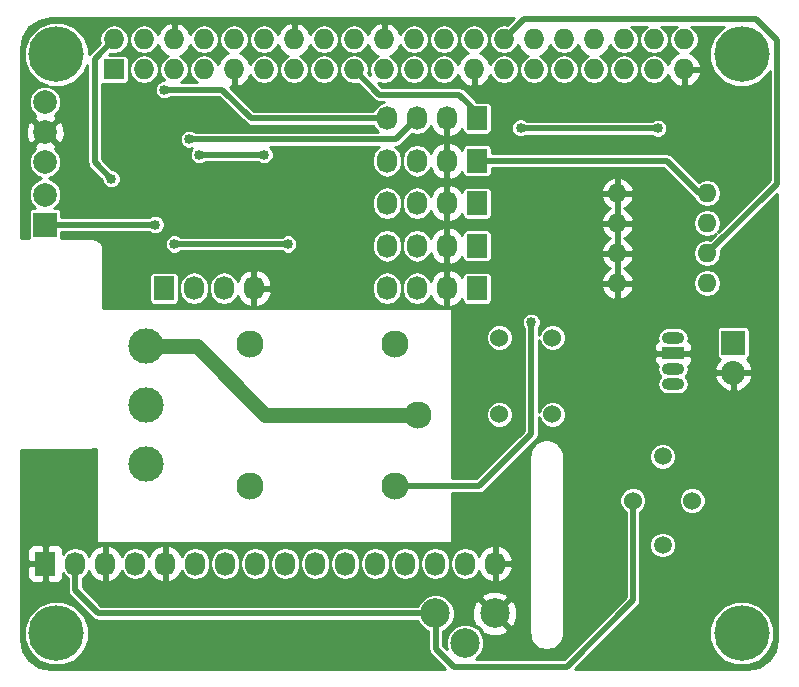
<source format=gbl>
G04 #@! TF.FileFunction,Copper,L2,Bot,Signal*
%FSLAX46Y46*%
G04 Gerber Fmt 4.6, Leading zero omitted, Abs format (unit mm)*
G04 Created by KiCad (PCBNEW (2016-03-19 BZR 6630)-stable) date Fri 05 Aug 2016 07:03:03 PM EEST*
%MOMM*%
G01*
G04 APERTURE LIST*
%ADD10C,0.100000*%
%ADD11C,3.000000*%
%ADD12R,1.727200X1.727200*%
%ADD13O,1.727200X1.727200*%
%ADD14O,1.905000X1.000000*%
%ADD15R,1.905000X1.000000*%
%ADD16C,4.700000*%
%ADD17R,2.032000X2.032000*%
%ADD18O,2.032000X2.032000*%
%ADD19O,1.600000X1.600000*%
%ADD20R,1.727200X2.032000*%
%ADD21O,1.727200X2.032000*%
%ADD22C,2.000000*%
%ADD23R,2.000000X2.000000*%
%ADD24C,2.300000*%
%ADD25C,1.524000*%
%ADD26C,1.500000*%
%ADD27C,2.500000*%
%ADD28C,0.850000*%
%ADD29C,0.500000*%
%ADD30C,1.254000*%
%ADD31C,0.254000*%
G04 APERTURE END LIST*
D10*
D11*
X109050000Y-96810000D03*
X109050000Y-101810000D03*
X109050000Y-106810000D03*
D12*
X106370000Y-73370000D03*
D13*
X106370000Y-70830000D03*
X108910000Y-73370000D03*
X108910000Y-70830000D03*
X111450000Y-73370000D03*
X111450000Y-70830000D03*
X113990000Y-73370000D03*
X113990000Y-70830000D03*
X116530000Y-73370000D03*
X116530000Y-70830000D03*
X119070000Y-73370000D03*
X119070000Y-70830000D03*
X121610000Y-73370000D03*
X121610000Y-70830000D03*
X124150000Y-73370000D03*
X124150000Y-70830000D03*
X126690000Y-73370000D03*
X126690000Y-70830000D03*
X129230000Y-73370000D03*
X129230000Y-70830000D03*
X131770000Y-73370000D03*
X131770000Y-70830000D03*
X134310000Y-73370000D03*
X134310000Y-70830000D03*
X136850000Y-73370000D03*
X136850000Y-70830000D03*
X139390000Y-73370000D03*
X139390000Y-70830000D03*
X141930000Y-73370000D03*
X141930000Y-70830000D03*
X144470000Y-73370000D03*
X144470000Y-70830000D03*
X147010000Y-73370000D03*
X147010000Y-70830000D03*
X149550000Y-73370000D03*
X149550000Y-70830000D03*
X152090000Y-73370000D03*
X152090000Y-70830000D03*
X154630000Y-73370000D03*
X154630000Y-70830000D03*
D14*
X153700000Y-96100000D03*
D15*
X153700000Y-97400000D03*
D14*
X153700000Y-98700000D03*
X153700000Y-100000000D03*
D16*
X159500000Y-121100000D03*
X159500000Y-72100000D03*
X101500000Y-72100000D03*
X101500000Y-121100000D03*
D17*
X158800000Y-96500000D03*
D18*
X158800000Y-99040000D03*
D19*
X148970000Y-83860000D03*
X148970000Y-86400000D03*
X148970000Y-88940000D03*
X148970000Y-91480000D03*
X156590000Y-91480000D03*
X156590000Y-88940000D03*
X156590000Y-86400000D03*
X156590000Y-83860000D03*
D20*
X100540000Y-115202000D03*
D21*
X103080000Y-115202000D03*
X105620000Y-115202000D03*
X108160000Y-115202000D03*
X110700000Y-115202000D03*
X113240000Y-115202000D03*
X115780000Y-115202000D03*
X118320000Y-115202000D03*
X120860000Y-115202000D03*
X123400000Y-115202000D03*
X125940000Y-115202000D03*
X128480000Y-115202000D03*
X131020000Y-115202000D03*
X133560000Y-115202000D03*
X136100000Y-115202000D03*
X138640000Y-115202000D03*
D22*
X100540000Y-76140000D03*
X100540000Y-78680000D03*
X100540000Y-81220000D03*
D23*
X100520000Y-86500000D03*
D22*
X100520000Y-83960000D03*
D20*
X110600000Y-91900000D03*
D21*
X113140000Y-91900000D03*
X115680000Y-91900000D03*
X118220000Y-91900000D03*
D20*
X137100000Y-91900000D03*
D21*
X134560000Y-91900000D03*
X132020000Y-91900000D03*
X129480000Y-91900000D03*
D20*
X137100000Y-77500000D03*
D21*
X134560000Y-77500000D03*
X132020000Y-77500000D03*
X129480000Y-77500000D03*
D20*
X137100000Y-88300000D03*
D21*
X134560000Y-88300000D03*
X132020000Y-88300000D03*
X129480000Y-88300000D03*
D20*
X137100000Y-84700000D03*
D21*
X134560000Y-84700000D03*
X132020000Y-84700000D03*
X129480000Y-84700000D03*
D20*
X137100000Y-81100000D03*
D21*
X134560000Y-81100000D03*
X132020000Y-81100000D03*
X129480000Y-81100000D03*
D24*
X117920000Y-96620000D03*
X130120000Y-96620000D03*
X117920000Y-108620000D03*
X130120000Y-108620000D03*
X132120000Y-102620000D03*
D25*
X143480000Y-102580000D03*
X138980000Y-102580000D03*
X143480000Y-96080000D03*
X138980000Y-96080000D03*
X150310000Y-109880000D03*
X155310000Y-109880000D03*
D26*
X152810000Y-106130000D03*
X152810000Y-113630000D03*
D27*
X133590000Y-119430000D03*
X136090000Y-121930000D03*
X138590000Y-119430000D03*
D28*
X106130000Y-82630000D03*
X141700000Y-94770000D03*
X111480000Y-88150000D03*
X121100000Y-88150000D03*
X152420000Y-78350000D03*
X140790000Y-78320000D03*
X110630000Y-75090000D03*
X112730000Y-79290000D03*
X109860000Y-86500000D03*
X113590000Y-80590000D03*
X119070000Y-80590000D03*
D29*
X153150000Y-81100000D02*
X151320000Y-81100000D01*
X156590000Y-83860000D02*
X155910000Y-83860000D01*
X155910000Y-83860000D02*
X153150000Y-81100000D01*
X151320000Y-81100000D02*
X137100000Y-81100000D01*
X137100000Y-77500000D02*
X137100000Y-77000000D01*
X137100000Y-77000000D02*
X135600000Y-75500000D01*
X128820000Y-75500000D02*
X126690000Y-73370000D01*
X135600000Y-75500000D02*
X128820000Y-75500000D01*
X133610000Y-119420000D02*
X105030000Y-119420000D01*
X103080000Y-117470000D02*
X103080000Y-115202000D01*
X105030000Y-119420000D02*
X103080000Y-117470000D01*
X133610000Y-119420000D02*
X133610000Y-122430000D01*
X150310000Y-118330000D02*
X150310000Y-109880000D01*
X144700000Y-123940000D02*
X150310000Y-118330000D01*
X135120000Y-123940000D02*
X144700000Y-123940000D01*
X133610000Y-122430000D02*
X135120000Y-123940000D01*
X104730000Y-72470000D02*
X106370000Y-70830000D01*
X104730000Y-81230000D02*
X104730000Y-72470000D01*
X106130000Y-82630000D02*
X104730000Y-81230000D01*
X137300000Y-108620000D02*
X130120000Y-108620000D01*
X141710000Y-104210000D02*
X137300000Y-108620000D01*
X141710000Y-94780000D02*
X141710000Y-104210000D01*
X141700000Y-94770000D02*
X141710000Y-94780000D01*
X121100000Y-88150000D02*
X111480000Y-88150000D01*
X139390000Y-70830000D02*
X139390000Y-70780000D01*
X139390000Y-70780000D02*
X141060000Y-69110000D01*
X141060000Y-69110000D02*
X160740000Y-69110000D01*
X160740000Y-69110000D02*
X162500000Y-70870000D01*
X162500000Y-70870000D02*
X162500000Y-83030000D01*
X162500000Y-83030000D02*
X156590000Y-88940000D01*
X140820000Y-78350000D02*
X152420000Y-78350000D01*
X140790000Y-78320000D02*
X140820000Y-78350000D01*
X129480000Y-77500000D02*
X117960000Y-77500000D01*
X115550000Y-75090000D02*
X110630000Y-75090000D01*
X117960000Y-77500000D02*
X115550000Y-75090000D01*
X132020000Y-77500000D02*
X132020000Y-77510000D01*
X132020000Y-77510000D02*
X130240000Y-79290000D01*
X130240000Y-79290000D02*
X112730000Y-79290000D01*
X100520000Y-86500000D02*
X109860000Y-86500000D01*
X119070000Y-80590000D02*
X113590000Y-80590000D01*
D30*
X109050000Y-96810000D02*
X113360000Y-96810000D01*
X119170000Y-102620000D02*
X132120000Y-102620000D01*
X113360000Y-96810000D02*
X119170000Y-102620000D01*
D31*
G36*
X139662426Y-69615206D02*
X139390000Y-69561017D01*
X138913712Y-69655757D01*
X138509935Y-69925552D01*
X138240140Y-70329329D01*
X138145400Y-70805617D01*
X138145400Y-70854383D01*
X138240140Y-71330671D01*
X138509935Y-71734448D01*
X138913712Y-72004243D01*
X139390000Y-72098983D01*
X139866288Y-72004243D01*
X140270065Y-71734448D01*
X140539860Y-71330671D01*
X140540324Y-71328338D01*
X140723179Y-71718490D01*
X141155053Y-72112688D01*
X141416172Y-72220841D01*
X141049935Y-72465552D01*
X140780140Y-72869329D01*
X140685400Y-73345617D01*
X140685400Y-73394383D01*
X140780140Y-73870671D01*
X141049935Y-74274448D01*
X141453712Y-74544243D01*
X141930000Y-74638983D01*
X142406288Y-74544243D01*
X142810065Y-74274448D01*
X143079860Y-73870671D01*
X143174600Y-73394383D01*
X143174600Y-73345617D01*
X143225400Y-73345617D01*
X143225400Y-73394383D01*
X143320140Y-73870671D01*
X143589935Y-74274448D01*
X143993712Y-74544243D01*
X144470000Y-74638983D01*
X144946288Y-74544243D01*
X145350065Y-74274448D01*
X145619860Y-73870671D01*
X145714600Y-73394383D01*
X145714600Y-73345617D01*
X145619860Y-72869329D01*
X145350065Y-72465552D01*
X144946288Y-72195757D01*
X144470000Y-72101017D01*
X143993712Y-72195757D01*
X143589935Y-72465552D01*
X143320140Y-72869329D01*
X143225400Y-73345617D01*
X143174600Y-73345617D01*
X143079860Y-72869329D01*
X142810065Y-72465552D01*
X142443828Y-72220841D01*
X142704947Y-72112688D01*
X143136821Y-71718490D01*
X143319676Y-71328338D01*
X143320140Y-71330671D01*
X143589935Y-71734448D01*
X143993712Y-72004243D01*
X144470000Y-72098983D01*
X144946288Y-72004243D01*
X145350065Y-71734448D01*
X145619860Y-71330671D01*
X145620324Y-71328338D01*
X145803179Y-71718490D01*
X146235053Y-72112688D01*
X146496172Y-72220841D01*
X146129935Y-72465552D01*
X145860140Y-72869329D01*
X145765400Y-73345617D01*
X145765400Y-73394383D01*
X145860140Y-73870671D01*
X146129935Y-74274448D01*
X146533712Y-74544243D01*
X147010000Y-74638983D01*
X147486288Y-74544243D01*
X147890065Y-74274448D01*
X148159860Y-73870671D01*
X148254600Y-73394383D01*
X148254600Y-73345617D01*
X148305400Y-73345617D01*
X148305400Y-73394383D01*
X148400140Y-73870671D01*
X148669935Y-74274448D01*
X149073712Y-74544243D01*
X149550000Y-74638983D01*
X150026288Y-74544243D01*
X150430065Y-74274448D01*
X150699860Y-73870671D01*
X150794600Y-73394383D01*
X150794600Y-73345617D01*
X150699860Y-72869329D01*
X150430065Y-72465552D01*
X150026288Y-72195757D01*
X149550000Y-72101017D01*
X149073712Y-72195757D01*
X148669935Y-72465552D01*
X148400140Y-72869329D01*
X148305400Y-73345617D01*
X148254600Y-73345617D01*
X148159860Y-72869329D01*
X147890065Y-72465552D01*
X147523828Y-72220841D01*
X147784947Y-72112688D01*
X148216821Y-71718490D01*
X148399676Y-71328338D01*
X148400140Y-71330671D01*
X148669935Y-71734448D01*
X149073712Y-72004243D01*
X149550000Y-72098983D01*
X150026288Y-72004243D01*
X150430065Y-71734448D01*
X150699860Y-71330671D01*
X150794600Y-70854383D01*
X150794600Y-70805617D01*
X150699860Y-70329329D01*
X150430065Y-69925552D01*
X150153863Y-69741000D01*
X151486137Y-69741000D01*
X151209935Y-69925552D01*
X150940140Y-70329329D01*
X150845400Y-70805617D01*
X150845400Y-70854383D01*
X150940140Y-71330671D01*
X151209935Y-71734448D01*
X151613712Y-72004243D01*
X152090000Y-72098983D01*
X152566288Y-72004243D01*
X152970065Y-71734448D01*
X153239860Y-71330671D01*
X153334600Y-70854383D01*
X153334600Y-70805617D01*
X153239860Y-70329329D01*
X152970065Y-69925552D01*
X152693863Y-69741000D01*
X154026137Y-69741000D01*
X153749935Y-69925552D01*
X153480140Y-70329329D01*
X153385400Y-70805617D01*
X153385400Y-70854383D01*
X153480140Y-71330671D01*
X153749935Y-71734448D01*
X154116172Y-71979159D01*
X153855053Y-72087312D01*
X153423179Y-72481510D01*
X153240324Y-72871662D01*
X153239860Y-72869329D01*
X152970065Y-72465552D01*
X152566288Y-72195757D01*
X152090000Y-72101017D01*
X151613712Y-72195757D01*
X151209935Y-72465552D01*
X150940140Y-72869329D01*
X150845400Y-73345617D01*
X150845400Y-73394383D01*
X150940140Y-73870671D01*
X151209935Y-74274448D01*
X151613712Y-74544243D01*
X152090000Y-74638983D01*
X152566288Y-74544243D01*
X152970065Y-74274448D01*
X153239860Y-73870671D01*
X153240324Y-73868338D01*
X153423179Y-74258490D01*
X153855053Y-74652688D01*
X154270974Y-74824958D01*
X154503000Y-74703817D01*
X154503000Y-73497000D01*
X154757000Y-73497000D01*
X154757000Y-74703817D01*
X154989026Y-74824958D01*
X155404947Y-74652688D01*
X155836821Y-74258490D01*
X156084968Y-73729027D01*
X155964469Y-73497000D01*
X154757000Y-73497000D01*
X154503000Y-73497000D01*
X154483000Y-73497000D01*
X154483000Y-73243000D01*
X154503000Y-73243000D01*
X154503000Y-73223000D01*
X154757000Y-73223000D01*
X154757000Y-73243000D01*
X155964469Y-73243000D01*
X156084968Y-73010973D01*
X155836821Y-72481510D01*
X155404947Y-72087312D01*
X155143828Y-71979159D01*
X155510065Y-71734448D01*
X155779860Y-71330671D01*
X155874600Y-70854383D01*
X155874600Y-70805617D01*
X155779860Y-70329329D01*
X155510065Y-69925552D01*
X155233863Y-69741000D01*
X158057701Y-69741000D01*
X157955034Y-69783421D01*
X157186121Y-70550993D01*
X156769476Y-71554387D01*
X156768527Y-72640846D01*
X157183421Y-73644966D01*
X157950993Y-74413879D01*
X158954387Y-74830524D01*
X160040846Y-74831473D01*
X161044966Y-74416579D01*
X161813879Y-73649007D01*
X161869000Y-73516261D01*
X161869000Y-82768632D01*
X157540237Y-87097395D01*
X157704239Y-86851949D01*
X157794137Y-86400000D01*
X157704239Y-85948051D01*
X157448230Y-85564907D01*
X157065086Y-85308898D01*
X156613137Y-85219000D01*
X156566863Y-85219000D01*
X156114914Y-85308898D01*
X155731770Y-85564907D01*
X155475761Y-85948051D01*
X155385863Y-86400000D01*
X155475761Y-86851949D01*
X155731770Y-87235093D01*
X156114914Y-87491102D01*
X156566863Y-87581000D01*
X156613137Y-87581000D01*
X157065086Y-87491102D01*
X157310532Y-87327100D01*
X156834584Y-87803048D01*
X156613137Y-87759000D01*
X156566863Y-87759000D01*
X156114914Y-87848898D01*
X155731770Y-88104907D01*
X155475761Y-88488051D01*
X155385863Y-88940000D01*
X155475761Y-89391949D01*
X155731770Y-89775093D01*
X156114914Y-90031102D01*
X156566863Y-90121000D01*
X156613137Y-90121000D01*
X157065086Y-90031102D01*
X157448230Y-89775093D01*
X157704239Y-89391949D01*
X157794137Y-88940000D01*
X157742411Y-88679957D01*
X162544000Y-83878368D01*
X162544000Y-121555089D01*
X162342096Y-122570128D01*
X161792562Y-123392562D01*
X160970128Y-123942096D01*
X159955089Y-124144000D01*
X145388368Y-124144000D01*
X147891522Y-121640846D01*
X156768527Y-121640846D01*
X157183421Y-122644966D01*
X157950993Y-123413879D01*
X158954387Y-123830524D01*
X160040846Y-123831473D01*
X161044966Y-123416579D01*
X161813879Y-122649007D01*
X162230524Y-121645613D01*
X162231473Y-120559154D01*
X161816579Y-119555034D01*
X161049007Y-118786121D01*
X160045613Y-118369476D01*
X158959154Y-118368527D01*
X157955034Y-118783421D01*
X157186121Y-119550993D01*
X156769476Y-120554387D01*
X156768527Y-121640846D01*
X147891522Y-121640846D01*
X150756184Y-118776184D01*
X150892968Y-118571473D01*
X150906209Y-118504907D01*
X150941000Y-118330000D01*
X150941000Y-113853983D01*
X151678804Y-113853983D01*
X151850625Y-114269823D01*
X152168503Y-114588256D01*
X152584043Y-114760804D01*
X153033983Y-114761196D01*
X153449823Y-114589375D01*
X153768256Y-114271497D01*
X153940804Y-113855957D01*
X153941196Y-113406017D01*
X153769375Y-112990177D01*
X153451497Y-112671744D01*
X153035957Y-112499196D01*
X152586017Y-112498804D01*
X152170177Y-112670625D01*
X151851744Y-112988503D01*
X151679196Y-113404043D01*
X151678804Y-113853983D01*
X150941000Y-113853983D01*
X150941000Y-110856005D01*
X150956612Y-110849554D01*
X151278423Y-110528303D01*
X151452801Y-110108354D01*
X151452802Y-110106359D01*
X154166802Y-110106359D01*
X154340446Y-110526612D01*
X154661697Y-110848423D01*
X155081646Y-111022801D01*
X155536359Y-111023198D01*
X155956612Y-110849554D01*
X156278423Y-110528303D01*
X156452801Y-110108354D01*
X156453198Y-109653641D01*
X156279554Y-109233388D01*
X155958303Y-108911577D01*
X155538354Y-108737199D01*
X155083641Y-108736802D01*
X154663388Y-108910446D01*
X154341577Y-109231697D01*
X154167199Y-109651646D01*
X154166802Y-110106359D01*
X151452802Y-110106359D01*
X151453198Y-109653641D01*
X151279554Y-109233388D01*
X150958303Y-108911577D01*
X150538354Y-108737199D01*
X150083641Y-108736802D01*
X149663388Y-108910446D01*
X149341577Y-109231697D01*
X149167199Y-109651646D01*
X149166802Y-110106359D01*
X149340446Y-110526612D01*
X149661697Y-110848423D01*
X149679000Y-110855608D01*
X149679000Y-118068632D01*
X144438632Y-123309000D01*
X137017189Y-123309000D01*
X137471888Y-122855093D01*
X137720716Y-122255849D01*
X137721282Y-121606997D01*
X137473501Y-121007320D01*
X137333017Y-120866591D01*
X137436286Y-120763322D01*
X137565533Y-121056123D01*
X138265806Y-121324388D01*
X139015435Y-121304250D01*
X139614467Y-121056123D01*
X139743715Y-120763320D01*
X138590000Y-119609605D01*
X138575858Y-119623748D01*
X138396253Y-119444143D01*
X138410395Y-119430000D01*
X138769605Y-119430000D01*
X139923320Y-120583715D01*
X140216123Y-120454467D01*
X140484388Y-119754194D01*
X140464250Y-119004565D01*
X140216123Y-118405533D01*
X139923320Y-118276285D01*
X138769605Y-119430000D01*
X138410395Y-119430000D01*
X137256680Y-118276285D01*
X136963877Y-118405533D01*
X136695612Y-119105806D01*
X136715750Y-119855435D01*
X136963877Y-120454467D01*
X137256678Y-120583714D01*
X137153566Y-120686826D01*
X137015093Y-120548112D01*
X136415849Y-120299284D01*
X135766997Y-120298718D01*
X135167320Y-120546499D01*
X134708112Y-121004907D01*
X134459284Y-121604151D01*
X134458718Y-122253003D01*
X134552612Y-122480243D01*
X134241000Y-122168632D01*
X134241000Y-120925757D01*
X134512680Y-120813501D01*
X134971888Y-120355093D01*
X135220716Y-119755849D01*
X135221282Y-119106997D01*
X134973501Y-118507320D01*
X134563577Y-118096680D01*
X137436285Y-118096680D01*
X138590000Y-119250395D01*
X139743715Y-118096680D01*
X139614467Y-117803877D01*
X138914194Y-117535612D01*
X138164565Y-117555750D01*
X137565533Y-117803877D01*
X137436285Y-118096680D01*
X134563577Y-118096680D01*
X134515093Y-118048112D01*
X133915849Y-117799284D01*
X133266997Y-117798718D01*
X132667320Y-118046499D01*
X132208112Y-118504907D01*
X132090146Y-118789000D01*
X105291369Y-118789000D01*
X103711000Y-117208632D01*
X103711000Y-116428254D01*
X103960065Y-116261834D01*
X104229860Y-115858057D01*
X104232704Y-115843757D01*
X104328046Y-116116320D01*
X104717964Y-116552732D01*
X105245209Y-116806709D01*
X105260974Y-116809358D01*
X105493000Y-116688217D01*
X105493000Y-115329000D01*
X105473000Y-115329000D01*
X105473000Y-115075000D01*
X105493000Y-115075000D01*
X105493000Y-113715783D01*
X105747000Y-113715783D01*
X105747000Y-115075000D01*
X105767000Y-115075000D01*
X105767000Y-115329000D01*
X105747000Y-115329000D01*
X105747000Y-116688217D01*
X105979026Y-116809358D01*
X105994791Y-116806709D01*
X106522036Y-116552732D01*
X106911954Y-116116320D01*
X107007296Y-115843757D01*
X107010140Y-115858057D01*
X107279935Y-116261834D01*
X107683712Y-116531629D01*
X108160000Y-116626369D01*
X108636288Y-116531629D01*
X109040065Y-116261834D01*
X109309860Y-115858057D01*
X109312704Y-115843757D01*
X109408046Y-116116320D01*
X109797964Y-116552732D01*
X110325209Y-116806709D01*
X110340974Y-116809358D01*
X110573000Y-116688217D01*
X110573000Y-115329000D01*
X110553000Y-115329000D01*
X110553000Y-115075000D01*
X110573000Y-115075000D01*
X110573000Y-113715783D01*
X110827000Y-113715783D01*
X110827000Y-115075000D01*
X110847000Y-115075000D01*
X110847000Y-115329000D01*
X110827000Y-115329000D01*
X110827000Y-116688217D01*
X111059026Y-116809358D01*
X111074791Y-116806709D01*
X111602036Y-116552732D01*
X111991954Y-116116320D01*
X112087296Y-115843757D01*
X112090140Y-115858057D01*
X112359935Y-116261834D01*
X112763712Y-116531629D01*
X113240000Y-116626369D01*
X113716288Y-116531629D01*
X114120065Y-116261834D01*
X114389860Y-115858057D01*
X114484600Y-115381769D01*
X114484600Y-115022231D01*
X114535400Y-115022231D01*
X114535400Y-115381769D01*
X114630140Y-115858057D01*
X114899935Y-116261834D01*
X115303712Y-116531629D01*
X115780000Y-116626369D01*
X116256288Y-116531629D01*
X116660065Y-116261834D01*
X116929860Y-115858057D01*
X117024600Y-115381769D01*
X117024600Y-115022231D01*
X117075400Y-115022231D01*
X117075400Y-115381769D01*
X117170140Y-115858057D01*
X117439935Y-116261834D01*
X117843712Y-116531629D01*
X118320000Y-116626369D01*
X118796288Y-116531629D01*
X119200065Y-116261834D01*
X119469860Y-115858057D01*
X119564600Y-115381769D01*
X119564600Y-115022231D01*
X119615400Y-115022231D01*
X119615400Y-115381769D01*
X119710140Y-115858057D01*
X119979935Y-116261834D01*
X120383712Y-116531629D01*
X120860000Y-116626369D01*
X121336288Y-116531629D01*
X121740065Y-116261834D01*
X122009860Y-115858057D01*
X122104600Y-115381769D01*
X122104600Y-115022231D01*
X122155400Y-115022231D01*
X122155400Y-115381769D01*
X122250140Y-115858057D01*
X122519935Y-116261834D01*
X122923712Y-116531629D01*
X123400000Y-116626369D01*
X123876288Y-116531629D01*
X124280065Y-116261834D01*
X124549860Y-115858057D01*
X124644600Y-115381769D01*
X124644600Y-115022231D01*
X124695400Y-115022231D01*
X124695400Y-115381769D01*
X124790140Y-115858057D01*
X125059935Y-116261834D01*
X125463712Y-116531629D01*
X125940000Y-116626369D01*
X126416288Y-116531629D01*
X126820065Y-116261834D01*
X127089860Y-115858057D01*
X127184600Y-115381769D01*
X127184600Y-115022231D01*
X127235400Y-115022231D01*
X127235400Y-115381769D01*
X127330140Y-115858057D01*
X127599935Y-116261834D01*
X128003712Y-116531629D01*
X128480000Y-116626369D01*
X128956288Y-116531629D01*
X129360065Y-116261834D01*
X129629860Y-115858057D01*
X129724600Y-115381769D01*
X129724600Y-115022231D01*
X129775400Y-115022231D01*
X129775400Y-115381769D01*
X129870140Y-115858057D01*
X130139935Y-116261834D01*
X130543712Y-116531629D01*
X131020000Y-116626369D01*
X131496288Y-116531629D01*
X131900065Y-116261834D01*
X132169860Y-115858057D01*
X132264600Y-115381769D01*
X132264600Y-115022231D01*
X132315400Y-115022231D01*
X132315400Y-115381769D01*
X132410140Y-115858057D01*
X132679935Y-116261834D01*
X133083712Y-116531629D01*
X133560000Y-116626369D01*
X134036288Y-116531629D01*
X134440065Y-116261834D01*
X134709860Y-115858057D01*
X134804600Y-115381769D01*
X134804600Y-115022231D01*
X134855400Y-115022231D01*
X134855400Y-115381769D01*
X134950140Y-115858057D01*
X135219935Y-116261834D01*
X135623712Y-116531629D01*
X136100000Y-116626369D01*
X136576288Y-116531629D01*
X136980065Y-116261834D01*
X137249860Y-115858057D01*
X137252704Y-115843757D01*
X137348046Y-116116320D01*
X137737964Y-116552732D01*
X138265209Y-116806709D01*
X138280974Y-116809358D01*
X138513000Y-116688217D01*
X138513000Y-115329000D01*
X138767000Y-115329000D01*
X138767000Y-116688217D01*
X138999026Y-116809358D01*
X139014791Y-116806709D01*
X139542036Y-116552732D01*
X139931954Y-116116320D01*
X140125184Y-115563913D01*
X139980924Y-115329000D01*
X138767000Y-115329000D01*
X138513000Y-115329000D01*
X138493000Y-115329000D01*
X138493000Y-115075000D01*
X138513000Y-115075000D01*
X138513000Y-113715783D01*
X138767000Y-113715783D01*
X138767000Y-115075000D01*
X139980924Y-115075000D01*
X140125184Y-114840087D01*
X139931954Y-114287680D01*
X139542036Y-113851268D01*
X139014791Y-113597291D01*
X138999026Y-113594642D01*
X138767000Y-113715783D01*
X138513000Y-113715783D01*
X138280974Y-113594642D01*
X138265209Y-113597291D01*
X137737964Y-113851268D01*
X137348046Y-114287680D01*
X137252704Y-114560243D01*
X137249860Y-114545943D01*
X136980065Y-114142166D01*
X136576288Y-113872371D01*
X136100000Y-113777631D01*
X135623712Y-113872371D01*
X135219935Y-114142166D01*
X134950140Y-114545943D01*
X134855400Y-115022231D01*
X134804600Y-115022231D01*
X134709860Y-114545943D01*
X134440065Y-114142166D01*
X134036288Y-113872371D01*
X133560000Y-113777631D01*
X133083712Y-113872371D01*
X132679935Y-114142166D01*
X132410140Y-114545943D01*
X132315400Y-115022231D01*
X132264600Y-115022231D01*
X132169860Y-114545943D01*
X131900065Y-114142166D01*
X131496288Y-113872371D01*
X131020000Y-113777631D01*
X130543712Y-113872371D01*
X130139935Y-114142166D01*
X129870140Y-114545943D01*
X129775400Y-115022231D01*
X129724600Y-115022231D01*
X129629860Y-114545943D01*
X129360065Y-114142166D01*
X128956288Y-113872371D01*
X128480000Y-113777631D01*
X128003712Y-113872371D01*
X127599935Y-114142166D01*
X127330140Y-114545943D01*
X127235400Y-115022231D01*
X127184600Y-115022231D01*
X127089860Y-114545943D01*
X126820065Y-114142166D01*
X126416288Y-113872371D01*
X125940000Y-113777631D01*
X125463712Y-113872371D01*
X125059935Y-114142166D01*
X124790140Y-114545943D01*
X124695400Y-115022231D01*
X124644600Y-115022231D01*
X124549860Y-114545943D01*
X124280065Y-114142166D01*
X123876288Y-113872371D01*
X123400000Y-113777631D01*
X122923712Y-113872371D01*
X122519935Y-114142166D01*
X122250140Y-114545943D01*
X122155400Y-115022231D01*
X122104600Y-115022231D01*
X122009860Y-114545943D01*
X121740065Y-114142166D01*
X121336288Y-113872371D01*
X120860000Y-113777631D01*
X120383712Y-113872371D01*
X119979935Y-114142166D01*
X119710140Y-114545943D01*
X119615400Y-115022231D01*
X119564600Y-115022231D01*
X119469860Y-114545943D01*
X119200065Y-114142166D01*
X118796288Y-113872371D01*
X118320000Y-113777631D01*
X117843712Y-113872371D01*
X117439935Y-114142166D01*
X117170140Y-114545943D01*
X117075400Y-115022231D01*
X117024600Y-115022231D01*
X116929860Y-114545943D01*
X116660065Y-114142166D01*
X116256288Y-113872371D01*
X115780000Y-113777631D01*
X115303712Y-113872371D01*
X114899935Y-114142166D01*
X114630140Y-114545943D01*
X114535400Y-115022231D01*
X114484600Y-115022231D01*
X114389860Y-114545943D01*
X114120065Y-114142166D01*
X113716288Y-113872371D01*
X113240000Y-113777631D01*
X112763712Y-113872371D01*
X112359935Y-114142166D01*
X112090140Y-114545943D01*
X112087296Y-114560243D01*
X111991954Y-114287680D01*
X111602036Y-113851268D01*
X111074791Y-113597291D01*
X111059026Y-113594642D01*
X110827000Y-113715783D01*
X110573000Y-113715783D01*
X110340974Y-113594642D01*
X110325209Y-113597291D01*
X109797964Y-113851268D01*
X109408046Y-114287680D01*
X109312704Y-114560243D01*
X109309860Y-114545943D01*
X109040065Y-114142166D01*
X108636288Y-113872371D01*
X108160000Y-113777631D01*
X107683712Y-113872371D01*
X107279935Y-114142166D01*
X107010140Y-114545943D01*
X107007296Y-114560243D01*
X106911954Y-114287680D01*
X106522036Y-113851268D01*
X105994791Y-113597291D01*
X105979026Y-113594642D01*
X105747000Y-113715783D01*
X105493000Y-113715783D01*
X105260974Y-113594642D01*
X105245209Y-113597291D01*
X104717964Y-113851268D01*
X104328046Y-114287680D01*
X104232704Y-114560243D01*
X104229860Y-114545943D01*
X103960065Y-114142166D01*
X103556288Y-113872371D01*
X103080000Y-113777631D01*
X102603712Y-113872371D01*
X102199935Y-114142166D01*
X102038600Y-114383621D01*
X102038600Y-114059691D01*
X101941927Y-113826302D01*
X101763299Y-113647673D01*
X101529910Y-113551000D01*
X100825750Y-113551000D01*
X100667000Y-113709750D01*
X100667000Y-115075000D01*
X100687000Y-115075000D01*
X100687000Y-115329000D01*
X100667000Y-115329000D01*
X100667000Y-116694250D01*
X100825750Y-116853000D01*
X101529910Y-116853000D01*
X101763299Y-116756327D01*
X101941927Y-116577698D01*
X102038600Y-116344309D01*
X102038600Y-116020379D01*
X102199935Y-116261834D01*
X102449000Y-116428254D01*
X102449000Y-117470000D01*
X102466057Y-117555750D01*
X102497032Y-117711473D01*
X102633816Y-117916184D01*
X104583815Y-119866184D01*
X104788526Y-120002968D01*
X104828589Y-120010937D01*
X105030000Y-120051000D01*
X132081848Y-120051000D01*
X132206499Y-120352680D01*
X132664907Y-120811888D01*
X132979000Y-120942311D01*
X132979000Y-122430000D01*
X133022563Y-122649007D01*
X133027032Y-122671473D01*
X133163816Y-122876184D01*
X134431631Y-124144000D01*
X101044911Y-124144000D01*
X100029872Y-123942096D01*
X99207438Y-123392562D01*
X98657904Y-122570128D01*
X98473059Y-121640846D01*
X98768527Y-121640846D01*
X99183421Y-122644966D01*
X99950993Y-123413879D01*
X100954387Y-123830524D01*
X102040846Y-123831473D01*
X103044966Y-123416579D01*
X103813879Y-122649007D01*
X104230524Y-121645613D01*
X104231473Y-120559154D01*
X103816579Y-119555034D01*
X103049007Y-118786121D01*
X102045613Y-118369476D01*
X100959154Y-118368527D01*
X99955034Y-118783421D01*
X99186121Y-119550993D01*
X98769476Y-120554387D01*
X98768527Y-121640846D01*
X98473059Y-121640846D01*
X98456000Y-121555089D01*
X98456000Y-115487750D01*
X99041400Y-115487750D01*
X99041400Y-116344309D01*
X99138073Y-116577698D01*
X99316701Y-116756327D01*
X99550090Y-116853000D01*
X100254250Y-116853000D01*
X100413000Y-116694250D01*
X100413000Y-115329000D01*
X99200150Y-115329000D01*
X99041400Y-115487750D01*
X98456000Y-115487750D01*
X98456000Y-114059691D01*
X99041400Y-114059691D01*
X99041400Y-114916250D01*
X99200150Y-115075000D01*
X100413000Y-115075000D01*
X100413000Y-113709750D01*
X100254250Y-113551000D01*
X99550090Y-113551000D01*
X99316701Y-113647673D01*
X99138073Y-113826302D01*
X99041400Y-114059691D01*
X98456000Y-114059691D01*
X98456000Y-105644911D01*
X98467602Y-105586582D01*
X98475204Y-105575204D01*
X98486582Y-105567602D01*
X98544911Y-105556000D01*
X104500000Y-105556000D01*
X104544050Y-105547238D01*
X104588961Y-105547238D01*
X104780303Y-105509178D01*
X104780305Y-105509178D01*
X104873000Y-105470782D01*
X104873000Y-113320000D01*
X104882667Y-113368601D01*
X104910197Y-113409803D01*
X104951399Y-113437333D01*
X105000000Y-113447000D01*
X134860000Y-113447000D01*
X134908601Y-113437333D01*
X134949803Y-113409803D01*
X134977333Y-113368601D01*
X134987000Y-113320000D01*
X134987000Y-109251000D01*
X137300000Y-109251000D01*
X137541473Y-109202968D01*
X137746184Y-109066184D01*
X140712368Y-106100000D01*
X141544000Y-106100000D01*
X141544000Y-121100000D01*
X141552762Y-121144050D01*
X141552762Y-121188961D01*
X141628882Y-121571644D01*
X141696970Y-121736023D01*
X141913743Y-122060447D01*
X142039553Y-122186257D01*
X142363977Y-122403030D01*
X142528356Y-122471118D01*
X142911037Y-122547238D01*
X143088963Y-122547238D01*
X143471644Y-122471118D01*
X143636023Y-122403030D01*
X143960447Y-122186257D01*
X144086257Y-122060447D01*
X144303030Y-121736023D01*
X144371118Y-121571644D01*
X144447238Y-121188961D01*
X144447238Y-121144050D01*
X144456000Y-121100000D01*
X144456000Y-106353983D01*
X151678804Y-106353983D01*
X151850625Y-106769823D01*
X152168503Y-107088256D01*
X152584043Y-107260804D01*
X153033983Y-107261196D01*
X153449823Y-107089375D01*
X153768256Y-106771497D01*
X153940804Y-106355957D01*
X153941196Y-105906017D01*
X153769375Y-105490177D01*
X153451497Y-105171744D01*
X153035957Y-104999196D01*
X152586017Y-104998804D01*
X152170177Y-105170625D01*
X151851744Y-105488503D01*
X151679196Y-105904043D01*
X151678804Y-106353983D01*
X144456000Y-106353983D01*
X144456000Y-106100000D01*
X144447238Y-106055950D01*
X144447238Y-106011039D01*
X144371118Y-105628356D01*
X144303030Y-105463977D01*
X144303029Y-105463976D01*
X144086257Y-105139553D01*
X143960447Y-105013743D01*
X143636023Y-104796970D01*
X143471644Y-104728882D01*
X143088963Y-104652762D01*
X142911037Y-104652762D01*
X142528356Y-104728882D01*
X142363977Y-104796970D01*
X142039553Y-105013743D01*
X141913743Y-105139553D01*
X141696971Y-105463976D01*
X141696970Y-105463977D01*
X141628882Y-105628356D01*
X141552762Y-106011039D01*
X141552762Y-106055950D01*
X141544000Y-106100000D01*
X140712368Y-106100000D01*
X142156185Y-104656184D01*
X142292968Y-104451473D01*
X142341000Y-104210000D01*
X142341000Y-102816519D01*
X142510446Y-103226612D01*
X142831697Y-103548423D01*
X143251646Y-103722801D01*
X143706359Y-103723198D01*
X144126612Y-103549554D01*
X144448423Y-103228303D01*
X144622801Y-102808354D01*
X144623198Y-102353641D01*
X144449554Y-101933388D01*
X144128303Y-101611577D01*
X143708354Y-101437199D01*
X143253641Y-101436802D01*
X142833388Y-101610446D01*
X142511577Y-101931697D01*
X142341000Y-102342492D01*
X142341000Y-97685750D01*
X152112500Y-97685750D01*
X152112500Y-98026310D01*
X152209173Y-98259699D01*
X152387802Y-98438327D01*
X152392073Y-98440096D01*
X152340375Y-98700000D01*
X152407437Y-99037144D01*
X152598414Y-99322961D01*
X152638881Y-99350000D01*
X152598414Y-99377039D01*
X152407437Y-99662856D01*
X152340375Y-100000000D01*
X152407437Y-100337144D01*
X152598414Y-100622961D01*
X152884231Y-100813938D01*
X153221375Y-100881000D01*
X154178625Y-100881000D01*
X154515769Y-100813938D01*
X154801586Y-100622961D01*
X154992563Y-100337144D01*
X155059625Y-100000000D01*
X154992563Y-99662856D01*
X154832259Y-99422944D01*
X157194025Y-99422944D01*
X157393615Y-99904818D01*
X157831621Y-100377188D01*
X158417054Y-100645983D01*
X158673000Y-100527367D01*
X158673000Y-99167000D01*
X158927000Y-99167000D01*
X158927000Y-100527367D01*
X159182946Y-100645983D01*
X159768379Y-100377188D01*
X160206385Y-99904818D01*
X160405975Y-99422944D01*
X160286836Y-99167000D01*
X158927000Y-99167000D01*
X158673000Y-99167000D01*
X157313164Y-99167000D01*
X157194025Y-99422944D01*
X154832259Y-99422944D01*
X154801586Y-99377039D01*
X154761119Y-99350000D01*
X154801586Y-99322961D01*
X154992563Y-99037144D01*
X155059625Y-98700000D01*
X155051083Y-98657056D01*
X157194025Y-98657056D01*
X157313164Y-98913000D01*
X158673000Y-98913000D01*
X158673000Y-98893000D01*
X158927000Y-98893000D01*
X158927000Y-98913000D01*
X160286836Y-98913000D01*
X160405975Y-98657056D01*
X160206385Y-98175182D01*
X159933660Y-97881060D01*
X159964659Y-97874894D01*
X160090686Y-97790686D01*
X160174894Y-97664659D01*
X160204464Y-97516000D01*
X160204464Y-95484000D01*
X160174894Y-95335341D01*
X160090686Y-95209314D01*
X159964659Y-95125106D01*
X159816000Y-95095536D01*
X157784000Y-95095536D01*
X157635341Y-95125106D01*
X157509314Y-95209314D01*
X157425106Y-95335341D01*
X157395536Y-95484000D01*
X157395536Y-97516000D01*
X157425106Y-97664659D01*
X157509314Y-97790686D01*
X157635341Y-97874894D01*
X157666340Y-97881060D01*
X157393615Y-98175182D01*
X157194025Y-98657056D01*
X155051083Y-98657056D01*
X155007927Y-98440096D01*
X155012198Y-98438327D01*
X155190827Y-98259699D01*
X155287500Y-98026310D01*
X155287500Y-97685750D01*
X155128750Y-97527000D01*
X153827000Y-97527000D01*
X153827000Y-97547000D01*
X153573000Y-97547000D01*
X153573000Y-97527000D01*
X152271250Y-97527000D01*
X152112500Y-97685750D01*
X142341000Y-97685750D01*
X142341000Y-96316519D01*
X142510446Y-96726612D01*
X142831697Y-97048423D01*
X143251646Y-97222801D01*
X143706359Y-97223198D01*
X144126612Y-97049554D01*
X144402956Y-96773690D01*
X152112500Y-96773690D01*
X152112500Y-97114250D01*
X152271250Y-97273000D01*
X153573000Y-97273000D01*
X153573000Y-97253000D01*
X153827000Y-97253000D01*
X153827000Y-97273000D01*
X155128750Y-97273000D01*
X155287500Y-97114250D01*
X155287500Y-96773690D01*
X155190827Y-96540301D01*
X155012198Y-96361673D01*
X155007927Y-96359904D01*
X155059625Y-96100000D01*
X154992563Y-95762856D01*
X154801586Y-95477039D01*
X154515769Y-95286062D01*
X154178625Y-95219000D01*
X153221375Y-95219000D01*
X152884231Y-95286062D01*
X152598414Y-95477039D01*
X152407437Y-95762856D01*
X152340375Y-96100000D01*
X152392073Y-96359904D01*
X152387802Y-96361673D01*
X152209173Y-96540301D01*
X152112500Y-96773690D01*
X144402956Y-96773690D01*
X144448423Y-96728303D01*
X144622801Y-96308354D01*
X144623198Y-95853641D01*
X144449554Y-95433388D01*
X144128303Y-95111577D01*
X143708354Y-94937199D01*
X143253641Y-94936802D01*
X142833388Y-95110446D01*
X142511577Y-95431697D01*
X142341000Y-95842492D01*
X142341000Y-95268980D01*
X142382895Y-95227158D01*
X142505859Y-94931027D01*
X142506139Y-94610380D01*
X142383692Y-94314034D01*
X142157158Y-94087105D01*
X141861027Y-93964141D01*
X141540380Y-93963861D01*
X141244034Y-94086308D01*
X141017105Y-94312842D01*
X140894141Y-94608973D01*
X140893861Y-94929620D01*
X141016308Y-95225966D01*
X141079000Y-95288767D01*
X141079000Y-103948631D01*
X137038632Y-107989000D01*
X134987000Y-107989000D01*
X134987000Y-102806359D01*
X137836802Y-102806359D01*
X138010446Y-103226612D01*
X138331697Y-103548423D01*
X138751646Y-103722801D01*
X139206359Y-103723198D01*
X139626612Y-103549554D01*
X139948423Y-103228303D01*
X140122801Y-102808354D01*
X140123198Y-102353641D01*
X139949554Y-101933388D01*
X139628303Y-101611577D01*
X139208354Y-101437199D01*
X138753641Y-101436802D01*
X138333388Y-101610446D01*
X138011577Y-101931697D01*
X137837199Y-102351646D01*
X137836802Y-102806359D01*
X134987000Y-102806359D01*
X134987000Y-96306359D01*
X137836802Y-96306359D01*
X138010446Y-96726612D01*
X138331697Y-97048423D01*
X138751646Y-97222801D01*
X139206359Y-97223198D01*
X139626612Y-97049554D01*
X139948423Y-96728303D01*
X140122801Y-96308354D01*
X140123198Y-95853641D01*
X139949554Y-95433388D01*
X139628303Y-95111577D01*
X139208354Y-94937199D01*
X138753641Y-94936802D01*
X138333388Y-95110446D01*
X138011577Y-95431697D01*
X137837199Y-95851646D01*
X137836802Y-96306359D01*
X134987000Y-96306359D01*
X134987000Y-93710000D01*
X134977333Y-93661399D01*
X134949803Y-93620197D01*
X134908601Y-93592667D01*
X134860000Y-93583000D01*
X105456000Y-93583000D01*
X105456000Y-90884000D01*
X109347936Y-90884000D01*
X109347936Y-92916000D01*
X109377506Y-93064659D01*
X109461714Y-93190686D01*
X109587741Y-93274894D01*
X109736400Y-93304464D01*
X111463600Y-93304464D01*
X111612259Y-93274894D01*
X111738286Y-93190686D01*
X111822494Y-93064659D01*
X111852064Y-92916000D01*
X111852064Y-91720231D01*
X111895400Y-91720231D01*
X111895400Y-92079769D01*
X111990140Y-92556057D01*
X112259935Y-92959834D01*
X112663712Y-93229629D01*
X113140000Y-93324369D01*
X113616288Y-93229629D01*
X114020065Y-92959834D01*
X114289860Y-92556057D01*
X114384600Y-92079769D01*
X114384600Y-91720231D01*
X114435400Y-91720231D01*
X114435400Y-92079769D01*
X114530140Y-92556057D01*
X114799935Y-92959834D01*
X115203712Y-93229629D01*
X115680000Y-93324369D01*
X116156288Y-93229629D01*
X116560065Y-92959834D01*
X116829860Y-92556057D01*
X116832704Y-92541757D01*
X116928046Y-92814320D01*
X117317964Y-93250732D01*
X117845209Y-93504709D01*
X117860974Y-93507358D01*
X118093000Y-93386217D01*
X118093000Y-92027000D01*
X118347000Y-92027000D01*
X118347000Y-93386217D01*
X118579026Y-93507358D01*
X118594791Y-93504709D01*
X119122036Y-93250732D01*
X119511954Y-92814320D01*
X119705184Y-92261913D01*
X119560924Y-92027000D01*
X118347000Y-92027000D01*
X118093000Y-92027000D01*
X118073000Y-92027000D01*
X118073000Y-91773000D01*
X118093000Y-91773000D01*
X118093000Y-90413783D01*
X118347000Y-90413783D01*
X118347000Y-91773000D01*
X119560924Y-91773000D01*
X119593329Y-91720231D01*
X128235400Y-91720231D01*
X128235400Y-92079769D01*
X128330140Y-92556057D01*
X128599935Y-92959834D01*
X129003712Y-93229629D01*
X129480000Y-93324369D01*
X129956288Y-93229629D01*
X130360065Y-92959834D01*
X130629860Y-92556057D01*
X130724600Y-92079769D01*
X130724600Y-91720231D01*
X130775400Y-91720231D01*
X130775400Y-92079769D01*
X130870140Y-92556057D01*
X131139935Y-92959834D01*
X131543712Y-93229629D01*
X132020000Y-93324369D01*
X132496288Y-93229629D01*
X132900065Y-92959834D01*
X133169860Y-92556057D01*
X133172704Y-92541757D01*
X133268046Y-92814320D01*
X133657964Y-93250732D01*
X134185209Y-93504709D01*
X134200974Y-93507358D01*
X134433000Y-93386217D01*
X134433000Y-92027000D01*
X134413000Y-92027000D01*
X134413000Y-91773000D01*
X134433000Y-91773000D01*
X134433000Y-90413783D01*
X134687000Y-90413783D01*
X134687000Y-91773000D01*
X134707000Y-91773000D01*
X134707000Y-92027000D01*
X134687000Y-92027000D01*
X134687000Y-93386217D01*
X134919026Y-93507358D01*
X134934791Y-93504709D01*
X135462036Y-93250732D01*
X135847936Y-92818817D01*
X135847936Y-92916000D01*
X135877506Y-93064659D01*
X135961714Y-93190686D01*
X136087741Y-93274894D01*
X136236400Y-93304464D01*
X137963600Y-93304464D01*
X138112259Y-93274894D01*
X138238286Y-93190686D01*
X138322494Y-93064659D01*
X138352064Y-92916000D01*
X138352064Y-91829039D01*
X147578096Y-91829039D01*
X147738959Y-92217423D01*
X148114866Y-92632389D01*
X148620959Y-92871914D01*
X148843000Y-92750629D01*
X148843000Y-91607000D01*
X149097000Y-91607000D01*
X149097000Y-92750629D01*
X149319041Y-92871914D01*
X149825134Y-92632389D01*
X150201041Y-92217423D01*
X150361904Y-91829039D01*
X150239915Y-91607000D01*
X149097000Y-91607000D01*
X148843000Y-91607000D01*
X147700085Y-91607000D01*
X147578096Y-91829039D01*
X138352064Y-91829039D01*
X138352064Y-91480000D01*
X155385863Y-91480000D01*
X155475761Y-91931949D01*
X155731770Y-92315093D01*
X156114914Y-92571102D01*
X156566863Y-92661000D01*
X156613137Y-92661000D01*
X157065086Y-92571102D01*
X157448230Y-92315093D01*
X157704239Y-91931949D01*
X157794137Y-91480000D01*
X157704239Y-91028051D01*
X157448230Y-90644907D01*
X157065086Y-90388898D01*
X156613137Y-90299000D01*
X156566863Y-90299000D01*
X156114914Y-90388898D01*
X155731770Y-90644907D01*
X155475761Y-91028051D01*
X155385863Y-91480000D01*
X138352064Y-91480000D01*
X138352064Y-90884000D01*
X138322494Y-90735341D01*
X138238286Y-90609314D01*
X138112259Y-90525106D01*
X137963600Y-90495536D01*
X136236400Y-90495536D01*
X136087741Y-90525106D01*
X135961714Y-90609314D01*
X135877506Y-90735341D01*
X135847936Y-90884000D01*
X135847936Y-90981183D01*
X135462036Y-90549268D01*
X134934791Y-90295291D01*
X134919026Y-90292642D01*
X134687000Y-90413783D01*
X134433000Y-90413783D01*
X134200974Y-90292642D01*
X134185209Y-90295291D01*
X133657964Y-90549268D01*
X133268046Y-90985680D01*
X133172704Y-91258243D01*
X133169860Y-91243943D01*
X132900065Y-90840166D01*
X132496288Y-90570371D01*
X132020000Y-90475631D01*
X131543712Y-90570371D01*
X131139935Y-90840166D01*
X130870140Y-91243943D01*
X130775400Y-91720231D01*
X130724600Y-91720231D01*
X130629860Y-91243943D01*
X130360065Y-90840166D01*
X129956288Y-90570371D01*
X129480000Y-90475631D01*
X129003712Y-90570371D01*
X128599935Y-90840166D01*
X128330140Y-91243943D01*
X128235400Y-91720231D01*
X119593329Y-91720231D01*
X119705184Y-91538087D01*
X119511954Y-90985680D01*
X119122036Y-90549268D01*
X118594791Y-90295291D01*
X118579026Y-90292642D01*
X118347000Y-90413783D01*
X118093000Y-90413783D01*
X117860974Y-90292642D01*
X117845209Y-90295291D01*
X117317964Y-90549268D01*
X116928046Y-90985680D01*
X116832704Y-91258243D01*
X116829860Y-91243943D01*
X116560065Y-90840166D01*
X116156288Y-90570371D01*
X115680000Y-90475631D01*
X115203712Y-90570371D01*
X114799935Y-90840166D01*
X114530140Y-91243943D01*
X114435400Y-91720231D01*
X114384600Y-91720231D01*
X114289860Y-91243943D01*
X114020065Y-90840166D01*
X113616288Y-90570371D01*
X113140000Y-90475631D01*
X112663712Y-90570371D01*
X112259935Y-90840166D01*
X111990140Y-91243943D01*
X111895400Y-91720231D01*
X111852064Y-91720231D01*
X111852064Y-90884000D01*
X111822494Y-90735341D01*
X111738286Y-90609314D01*
X111612259Y-90525106D01*
X111463600Y-90495536D01*
X109736400Y-90495536D01*
X109587741Y-90525106D01*
X109461714Y-90609314D01*
X109377506Y-90735341D01*
X109347936Y-90884000D01*
X105456000Y-90884000D01*
X105456000Y-88600000D01*
X105447238Y-88555950D01*
X105447238Y-88511040D01*
X105409178Y-88319697D01*
X105409178Y-88319695D01*
X105405005Y-88309620D01*
X110673861Y-88309620D01*
X110796308Y-88605966D01*
X111022842Y-88832895D01*
X111318973Y-88955859D01*
X111639620Y-88956139D01*
X111935966Y-88833692D01*
X111988750Y-88781000D01*
X120591037Y-88781000D01*
X120642842Y-88832895D01*
X120938973Y-88955859D01*
X121259620Y-88956139D01*
X121555966Y-88833692D01*
X121782895Y-88607158D01*
X121905859Y-88311027D01*
X121906025Y-88120231D01*
X128235400Y-88120231D01*
X128235400Y-88479769D01*
X128330140Y-88956057D01*
X128599935Y-89359834D01*
X129003712Y-89629629D01*
X129480000Y-89724369D01*
X129956288Y-89629629D01*
X130360065Y-89359834D01*
X130629860Y-88956057D01*
X130724600Y-88479769D01*
X130724600Y-88120231D01*
X130775400Y-88120231D01*
X130775400Y-88479769D01*
X130870140Y-88956057D01*
X131139935Y-89359834D01*
X131543712Y-89629629D01*
X132020000Y-89724369D01*
X132496288Y-89629629D01*
X132900065Y-89359834D01*
X133169860Y-88956057D01*
X133172704Y-88941757D01*
X133268046Y-89214320D01*
X133657964Y-89650732D01*
X134185209Y-89904709D01*
X134200974Y-89907358D01*
X134433000Y-89786217D01*
X134433000Y-88427000D01*
X134413000Y-88427000D01*
X134413000Y-88173000D01*
X134433000Y-88173000D01*
X134433000Y-86813783D01*
X134687000Y-86813783D01*
X134687000Y-88173000D01*
X134707000Y-88173000D01*
X134707000Y-88427000D01*
X134687000Y-88427000D01*
X134687000Y-89786217D01*
X134919026Y-89907358D01*
X134934791Y-89904709D01*
X135462036Y-89650732D01*
X135847936Y-89218817D01*
X135847936Y-89316000D01*
X135877506Y-89464659D01*
X135961714Y-89590686D01*
X136087741Y-89674894D01*
X136236400Y-89704464D01*
X137963600Y-89704464D01*
X138112259Y-89674894D01*
X138238286Y-89590686D01*
X138322494Y-89464659D01*
X138352064Y-89316000D01*
X138352064Y-89289039D01*
X147578096Y-89289039D01*
X147738959Y-89677423D01*
X148114866Y-90092389D01*
X148363367Y-90210000D01*
X148114866Y-90327611D01*
X147738959Y-90742577D01*
X147578096Y-91130961D01*
X147700085Y-91353000D01*
X148843000Y-91353000D01*
X148843000Y-89067000D01*
X149097000Y-89067000D01*
X149097000Y-91353000D01*
X150239915Y-91353000D01*
X150361904Y-91130961D01*
X150201041Y-90742577D01*
X149825134Y-90327611D01*
X149576633Y-90210000D01*
X149825134Y-90092389D01*
X150201041Y-89677423D01*
X150361904Y-89289039D01*
X150239915Y-89067000D01*
X149097000Y-89067000D01*
X148843000Y-89067000D01*
X147700085Y-89067000D01*
X147578096Y-89289039D01*
X138352064Y-89289039D01*
X138352064Y-87284000D01*
X138322494Y-87135341D01*
X138238286Y-87009314D01*
X138112259Y-86925106D01*
X137963600Y-86895536D01*
X136236400Y-86895536D01*
X136087741Y-86925106D01*
X135961714Y-87009314D01*
X135877506Y-87135341D01*
X135847936Y-87284000D01*
X135847936Y-87381183D01*
X135462036Y-86949268D01*
X135046370Y-86749039D01*
X147578096Y-86749039D01*
X147738959Y-87137423D01*
X148114866Y-87552389D01*
X148363367Y-87670000D01*
X148114866Y-87787611D01*
X147738959Y-88202577D01*
X147578096Y-88590961D01*
X147700085Y-88813000D01*
X148843000Y-88813000D01*
X148843000Y-86527000D01*
X149097000Y-86527000D01*
X149097000Y-88813000D01*
X150239915Y-88813000D01*
X150361904Y-88590961D01*
X150201041Y-88202577D01*
X149825134Y-87787611D01*
X149576633Y-87670000D01*
X149825134Y-87552389D01*
X150201041Y-87137423D01*
X150361904Y-86749039D01*
X150239915Y-86527000D01*
X149097000Y-86527000D01*
X148843000Y-86527000D01*
X147700085Y-86527000D01*
X147578096Y-86749039D01*
X135046370Y-86749039D01*
X134934791Y-86695291D01*
X134919026Y-86692642D01*
X134687000Y-86813783D01*
X134433000Y-86813783D01*
X134200974Y-86692642D01*
X134185209Y-86695291D01*
X133657964Y-86949268D01*
X133268046Y-87385680D01*
X133172704Y-87658243D01*
X133169860Y-87643943D01*
X132900065Y-87240166D01*
X132496288Y-86970371D01*
X132020000Y-86875631D01*
X131543712Y-86970371D01*
X131139935Y-87240166D01*
X130870140Y-87643943D01*
X130775400Y-88120231D01*
X130724600Y-88120231D01*
X130629860Y-87643943D01*
X130360065Y-87240166D01*
X129956288Y-86970371D01*
X129480000Y-86875631D01*
X129003712Y-86970371D01*
X128599935Y-87240166D01*
X128330140Y-87643943D01*
X128235400Y-88120231D01*
X121906025Y-88120231D01*
X121906139Y-87990380D01*
X121783692Y-87694034D01*
X121557158Y-87467105D01*
X121261027Y-87344141D01*
X120940380Y-87343861D01*
X120644034Y-87466308D01*
X120591250Y-87519000D01*
X111988963Y-87519000D01*
X111937158Y-87467105D01*
X111641027Y-87344141D01*
X111320380Y-87343861D01*
X111024034Y-87466308D01*
X110797105Y-87692842D01*
X110674141Y-87988973D01*
X110673861Y-88309620D01*
X105405005Y-88309620D01*
X105341089Y-88155316D01*
X105232702Y-87993105D01*
X105148123Y-87908527D01*
X105106895Y-87867298D01*
X104944684Y-87758911D01*
X104780305Y-87690822D01*
X104780303Y-87690822D01*
X104588961Y-87652762D01*
X104544050Y-87652762D01*
X104500000Y-87644000D01*
X101879821Y-87644000D01*
X101908464Y-87500000D01*
X101908464Y-87131000D01*
X109351037Y-87131000D01*
X109402842Y-87182895D01*
X109698973Y-87305859D01*
X110019620Y-87306139D01*
X110315966Y-87183692D01*
X110542895Y-86957158D01*
X110665859Y-86661027D01*
X110666139Y-86340380D01*
X110543692Y-86044034D01*
X110317158Y-85817105D01*
X110021027Y-85694141D01*
X109700380Y-85693861D01*
X109404034Y-85816308D01*
X109351250Y-85869000D01*
X101908464Y-85869000D01*
X101908464Y-85500000D01*
X101878894Y-85351341D01*
X101794686Y-85225314D01*
X101668659Y-85141106D01*
X101520000Y-85111536D01*
X101321187Y-85111536D01*
X101690072Y-84743295D01*
X101782696Y-84520231D01*
X128235400Y-84520231D01*
X128235400Y-84879769D01*
X128330140Y-85356057D01*
X128599935Y-85759834D01*
X129003712Y-86029629D01*
X129480000Y-86124369D01*
X129956288Y-86029629D01*
X130360065Y-85759834D01*
X130629860Y-85356057D01*
X130724600Y-84879769D01*
X130724600Y-84520231D01*
X130775400Y-84520231D01*
X130775400Y-84879769D01*
X130870140Y-85356057D01*
X131139935Y-85759834D01*
X131543712Y-86029629D01*
X132020000Y-86124369D01*
X132496288Y-86029629D01*
X132900065Y-85759834D01*
X133169860Y-85356057D01*
X133172704Y-85341757D01*
X133268046Y-85614320D01*
X133657964Y-86050732D01*
X134185209Y-86304709D01*
X134200974Y-86307358D01*
X134433000Y-86186217D01*
X134433000Y-84827000D01*
X134413000Y-84827000D01*
X134413000Y-84573000D01*
X134433000Y-84573000D01*
X134433000Y-83213783D01*
X134687000Y-83213783D01*
X134687000Y-84573000D01*
X134707000Y-84573000D01*
X134707000Y-84827000D01*
X134687000Y-84827000D01*
X134687000Y-86186217D01*
X134919026Y-86307358D01*
X134934791Y-86304709D01*
X135462036Y-86050732D01*
X135847936Y-85618817D01*
X135847936Y-85716000D01*
X135877506Y-85864659D01*
X135961714Y-85990686D01*
X136087741Y-86074894D01*
X136236400Y-86104464D01*
X137963600Y-86104464D01*
X138112259Y-86074894D01*
X138238286Y-85990686D01*
X138322494Y-85864659D01*
X138352064Y-85716000D01*
X138352064Y-84209039D01*
X147578096Y-84209039D01*
X147738959Y-84597423D01*
X148114866Y-85012389D01*
X148363367Y-85130000D01*
X148114866Y-85247611D01*
X147738959Y-85662577D01*
X147578096Y-86050961D01*
X147700085Y-86273000D01*
X148843000Y-86273000D01*
X148843000Y-83987000D01*
X149097000Y-83987000D01*
X149097000Y-86273000D01*
X150239915Y-86273000D01*
X150361904Y-86050961D01*
X150201041Y-85662577D01*
X149825134Y-85247611D01*
X149576633Y-85130000D01*
X149825134Y-85012389D01*
X150201041Y-84597423D01*
X150361904Y-84209039D01*
X150239915Y-83987000D01*
X149097000Y-83987000D01*
X148843000Y-83987000D01*
X147700085Y-83987000D01*
X147578096Y-84209039D01*
X138352064Y-84209039D01*
X138352064Y-83684000D01*
X138322494Y-83535341D01*
X138306204Y-83510961D01*
X147578096Y-83510961D01*
X147700085Y-83733000D01*
X148843000Y-83733000D01*
X148843000Y-82589371D01*
X149097000Y-82589371D01*
X149097000Y-83733000D01*
X150239915Y-83733000D01*
X150361904Y-83510961D01*
X150201041Y-83122577D01*
X149825134Y-82707611D01*
X149319041Y-82468086D01*
X149097000Y-82589371D01*
X148843000Y-82589371D01*
X148620959Y-82468086D01*
X148114866Y-82707611D01*
X147738959Y-83122577D01*
X147578096Y-83510961D01*
X138306204Y-83510961D01*
X138238286Y-83409314D01*
X138112259Y-83325106D01*
X137963600Y-83295536D01*
X136236400Y-83295536D01*
X136087741Y-83325106D01*
X135961714Y-83409314D01*
X135877506Y-83535341D01*
X135847936Y-83684000D01*
X135847936Y-83781183D01*
X135462036Y-83349268D01*
X134934791Y-83095291D01*
X134919026Y-83092642D01*
X134687000Y-83213783D01*
X134433000Y-83213783D01*
X134200974Y-83092642D01*
X134185209Y-83095291D01*
X133657964Y-83349268D01*
X133268046Y-83785680D01*
X133172704Y-84058243D01*
X133169860Y-84043943D01*
X132900065Y-83640166D01*
X132496288Y-83370371D01*
X132020000Y-83275631D01*
X131543712Y-83370371D01*
X131139935Y-83640166D01*
X130870140Y-84043943D01*
X130775400Y-84520231D01*
X130724600Y-84520231D01*
X130629860Y-84043943D01*
X130360065Y-83640166D01*
X129956288Y-83370371D01*
X129480000Y-83275631D01*
X129003712Y-83370371D01*
X128599935Y-83640166D01*
X128330140Y-84043943D01*
X128235400Y-84520231D01*
X101782696Y-84520231D01*
X101900759Y-84235903D01*
X101901239Y-83686507D01*
X101691437Y-83178749D01*
X101303295Y-82789928D01*
X100831230Y-82593910D01*
X101321251Y-82391437D01*
X101710072Y-82003295D01*
X101920759Y-81495903D01*
X101921239Y-80946507D01*
X101711437Y-80438749D01*
X101384836Y-80111577D01*
X101414264Y-80099387D01*
X101512927Y-79832532D01*
X100540000Y-78859605D01*
X99567073Y-79832532D01*
X99665736Y-80099387D01*
X99696418Y-80110786D01*
X99369928Y-80436705D01*
X99159241Y-80944097D01*
X99158761Y-81493493D01*
X99368563Y-82001251D01*
X99756705Y-82390072D01*
X100228770Y-82586090D01*
X99738749Y-82788563D01*
X99349928Y-83176705D01*
X99139241Y-83684097D01*
X99138761Y-84233493D01*
X99348563Y-84741251D01*
X99718201Y-85111536D01*
X99520000Y-85111536D01*
X99371341Y-85141106D01*
X99245314Y-85225314D01*
X99161106Y-85351341D01*
X99131536Y-85500000D01*
X99131536Y-87500000D01*
X99160179Y-87644000D01*
X98544911Y-87644000D01*
X98486582Y-87632398D01*
X98475204Y-87624796D01*
X98467602Y-87613418D01*
X98456000Y-87555089D01*
X98456000Y-78415461D01*
X98894092Y-78415461D01*
X98918144Y-79065460D01*
X99120613Y-79554264D01*
X99387468Y-79652927D01*
X100360395Y-78680000D01*
X100719605Y-78680000D01*
X101692532Y-79652927D01*
X101959387Y-79554264D01*
X102185908Y-78944539D01*
X102161856Y-78294540D01*
X101959387Y-77805736D01*
X101692532Y-77707073D01*
X100719605Y-78680000D01*
X100360395Y-78680000D01*
X99387468Y-77707073D01*
X99120613Y-77805736D01*
X98894092Y-78415461D01*
X98456000Y-78415461D01*
X98456000Y-72640846D01*
X98768527Y-72640846D01*
X99183421Y-73644966D01*
X99950993Y-74413879D01*
X100782648Y-74759212D01*
X100266507Y-74758761D01*
X99758749Y-74968563D01*
X99369928Y-75356705D01*
X99159241Y-75864097D01*
X99158761Y-76413493D01*
X99368563Y-76921251D01*
X99695164Y-77248423D01*
X99665736Y-77260613D01*
X99567073Y-77527468D01*
X100540000Y-78500395D01*
X101512927Y-77527468D01*
X101414264Y-77260613D01*
X101383582Y-77249214D01*
X101710072Y-76923295D01*
X101920759Y-76415903D01*
X101921239Y-75866507D01*
X101711437Y-75358749D01*
X101323295Y-74969928D01*
X100987642Y-74830553D01*
X102040846Y-74831473D01*
X103044966Y-74416579D01*
X103813879Y-73649007D01*
X104099000Y-72962358D01*
X104099000Y-81230000D01*
X104132047Y-81396139D01*
X104147032Y-81471473D01*
X104283816Y-81676184D01*
X105323925Y-82716293D01*
X105323861Y-82789620D01*
X105446308Y-83085966D01*
X105672842Y-83312895D01*
X105968973Y-83435859D01*
X106289620Y-83436139D01*
X106585966Y-83313692D01*
X106812895Y-83087158D01*
X106935859Y-82791027D01*
X106936139Y-82470380D01*
X106813692Y-82174034D01*
X106587158Y-81947105D01*
X106291027Y-81824141D01*
X106216444Y-81824076D01*
X105361000Y-80968632D01*
X105361000Y-74593142D01*
X105506400Y-74622064D01*
X107233600Y-74622064D01*
X107382259Y-74592494D01*
X107508286Y-74508286D01*
X107592494Y-74382259D01*
X107622064Y-74233600D01*
X107622064Y-73345617D01*
X107665400Y-73345617D01*
X107665400Y-73394383D01*
X107760140Y-73870671D01*
X108029935Y-74274448D01*
X108433712Y-74544243D01*
X108910000Y-74638983D01*
X109386288Y-74544243D01*
X109790065Y-74274448D01*
X110059860Y-73870671D01*
X110154600Y-73394383D01*
X110154600Y-73345617D01*
X110059860Y-72869329D01*
X109790065Y-72465552D01*
X109386288Y-72195757D01*
X108910000Y-72101017D01*
X108433712Y-72195757D01*
X108029935Y-72465552D01*
X107760140Y-72869329D01*
X107665400Y-73345617D01*
X107622064Y-73345617D01*
X107622064Y-72506400D01*
X107592494Y-72357741D01*
X107508286Y-72231714D01*
X107382259Y-72147506D01*
X107233600Y-72117936D01*
X105974432Y-72117936D01*
X106055870Y-72036498D01*
X106370000Y-72098983D01*
X106846288Y-72004243D01*
X107250065Y-71734448D01*
X107519860Y-71330671D01*
X107614600Y-70854383D01*
X107614600Y-70805617D01*
X107665400Y-70805617D01*
X107665400Y-70854383D01*
X107760140Y-71330671D01*
X108029935Y-71734448D01*
X108433712Y-72004243D01*
X108910000Y-72098983D01*
X109386288Y-72004243D01*
X109790065Y-71734448D01*
X110059860Y-71330671D01*
X110060324Y-71328338D01*
X110243179Y-71718490D01*
X110675053Y-72112688D01*
X110936172Y-72220841D01*
X110569935Y-72465552D01*
X110300140Y-72869329D01*
X110205400Y-73345617D01*
X110205400Y-73394383D01*
X110300140Y-73870671D01*
X110569935Y-74274448D01*
X110584171Y-74283960D01*
X110470380Y-74283861D01*
X110174034Y-74406308D01*
X109947105Y-74632842D01*
X109824141Y-74928973D01*
X109823861Y-75249620D01*
X109946308Y-75545966D01*
X110172842Y-75772895D01*
X110468973Y-75895859D01*
X110789620Y-75896139D01*
X111085966Y-75773692D01*
X111138750Y-75721000D01*
X115288632Y-75721000D01*
X117513816Y-77946185D01*
X117718527Y-78082968D01*
X117960000Y-78131000D01*
X128325156Y-78131000D01*
X128330140Y-78156057D01*
X128599935Y-78559834D01*
X128748347Y-78659000D01*
X113238963Y-78659000D01*
X113187158Y-78607105D01*
X112891027Y-78484141D01*
X112570380Y-78483861D01*
X112274034Y-78606308D01*
X112047105Y-78832842D01*
X111924141Y-79128973D01*
X111923861Y-79449620D01*
X112046308Y-79745966D01*
X112272842Y-79972895D01*
X112568973Y-80095859D01*
X112889620Y-80096139D01*
X112982186Y-80057892D01*
X112907105Y-80132842D01*
X112784141Y-80428973D01*
X112783861Y-80749620D01*
X112906308Y-81045966D01*
X113132842Y-81272895D01*
X113428973Y-81395859D01*
X113749620Y-81396139D01*
X114045966Y-81273692D01*
X114098750Y-81221000D01*
X118561037Y-81221000D01*
X118612842Y-81272895D01*
X118908973Y-81395859D01*
X119229620Y-81396139D01*
X119525966Y-81273692D01*
X119752895Y-81047158D01*
X119875859Y-80751027D01*
X119876139Y-80430380D01*
X119753692Y-80134034D01*
X119541029Y-79921000D01*
X128778280Y-79921000D01*
X128599935Y-80040166D01*
X128330140Y-80443943D01*
X128235400Y-80920231D01*
X128235400Y-81279769D01*
X128330140Y-81756057D01*
X128599935Y-82159834D01*
X129003712Y-82429629D01*
X129480000Y-82524369D01*
X129956288Y-82429629D01*
X130360065Y-82159834D01*
X130629860Y-81756057D01*
X130724600Y-81279769D01*
X130724600Y-80920231D01*
X130775400Y-80920231D01*
X130775400Y-81279769D01*
X130870140Y-81756057D01*
X131139935Y-82159834D01*
X131543712Y-82429629D01*
X132020000Y-82524369D01*
X132496288Y-82429629D01*
X132900065Y-82159834D01*
X133169860Y-81756057D01*
X133172704Y-81741757D01*
X133268046Y-82014320D01*
X133657964Y-82450732D01*
X134185209Y-82704709D01*
X134200974Y-82707358D01*
X134433000Y-82586217D01*
X134433000Y-81227000D01*
X134413000Y-81227000D01*
X134413000Y-80973000D01*
X134433000Y-80973000D01*
X134433000Y-79613783D01*
X134687000Y-79613783D01*
X134687000Y-80973000D01*
X134707000Y-80973000D01*
X134707000Y-81227000D01*
X134687000Y-81227000D01*
X134687000Y-82586217D01*
X134919026Y-82707358D01*
X134934791Y-82704709D01*
X135462036Y-82450732D01*
X135847936Y-82018817D01*
X135847936Y-82116000D01*
X135877506Y-82264659D01*
X135961714Y-82390686D01*
X136087741Y-82474894D01*
X136236400Y-82504464D01*
X137963600Y-82504464D01*
X138112259Y-82474894D01*
X138238286Y-82390686D01*
X138322494Y-82264659D01*
X138352064Y-82116000D01*
X138352064Y-81731000D01*
X152888632Y-81731000D01*
X155463815Y-84306184D01*
X155478437Y-84315954D01*
X155731770Y-84695093D01*
X156114914Y-84951102D01*
X156566863Y-85041000D01*
X156613137Y-85041000D01*
X157065086Y-84951102D01*
X157448230Y-84695093D01*
X157704239Y-84311949D01*
X157794137Y-83860000D01*
X157704239Y-83408051D01*
X157448230Y-83024907D01*
X157065086Y-82768898D01*
X156613137Y-82679000D01*
X156566863Y-82679000D01*
X156114914Y-82768898D01*
X155872945Y-82930577D01*
X153596184Y-80653816D01*
X153391473Y-80517032D01*
X153150000Y-80469000D01*
X138352064Y-80469000D01*
X138352064Y-80084000D01*
X138322494Y-79935341D01*
X138238286Y-79809314D01*
X138112259Y-79725106D01*
X137963600Y-79695536D01*
X136236400Y-79695536D01*
X136087741Y-79725106D01*
X135961714Y-79809314D01*
X135877506Y-79935341D01*
X135847936Y-80084000D01*
X135847936Y-80181183D01*
X135462036Y-79749268D01*
X134934791Y-79495291D01*
X134919026Y-79492642D01*
X134687000Y-79613783D01*
X134433000Y-79613783D01*
X134200974Y-79492642D01*
X134185209Y-79495291D01*
X133657964Y-79749268D01*
X133268046Y-80185680D01*
X133172704Y-80458243D01*
X133169860Y-80443943D01*
X132900065Y-80040166D01*
X132496288Y-79770371D01*
X132020000Y-79675631D01*
X131543712Y-79770371D01*
X131139935Y-80040166D01*
X130870140Y-80443943D01*
X130775400Y-80920231D01*
X130724600Y-80920231D01*
X130629860Y-80443943D01*
X130360065Y-80040166D01*
X130181720Y-79921000D01*
X130240000Y-79921000D01*
X130481473Y-79872968D01*
X130686184Y-79736184D01*
X131584605Y-78837763D01*
X132020000Y-78924369D01*
X132496288Y-78829629D01*
X132900065Y-78559834D01*
X133169860Y-78156057D01*
X133172704Y-78141757D01*
X133268046Y-78414320D01*
X133657964Y-78850732D01*
X134185209Y-79104709D01*
X134200974Y-79107358D01*
X134433000Y-78986217D01*
X134433000Y-77627000D01*
X134413000Y-77627000D01*
X134413000Y-77373000D01*
X134433000Y-77373000D01*
X134433000Y-77353000D01*
X134687000Y-77353000D01*
X134687000Y-77373000D01*
X134707000Y-77373000D01*
X134707000Y-77627000D01*
X134687000Y-77627000D01*
X134687000Y-78986217D01*
X134919026Y-79107358D01*
X134934791Y-79104709D01*
X135462036Y-78850732D01*
X135847936Y-78418817D01*
X135847936Y-78516000D01*
X135877506Y-78664659D01*
X135961714Y-78790686D01*
X136087741Y-78874894D01*
X136236400Y-78904464D01*
X137963600Y-78904464D01*
X138112259Y-78874894D01*
X138238286Y-78790686D01*
X138322494Y-78664659D01*
X138352064Y-78516000D01*
X138352064Y-78479620D01*
X139983861Y-78479620D01*
X140106308Y-78775966D01*
X140332842Y-79002895D01*
X140628973Y-79125859D01*
X140949620Y-79126139D01*
X141245966Y-79003692D01*
X141268698Y-78981000D01*
X151911037Y-78981000D01*
X151962842Y-79032895D01*
X152258973Y-79155859D01*
X152579620Y-79156139D01*
X152875966Y-79033692D01*
X153102895Y-78807158D01*
X153225859Y-78511027D01*
X153226139Y-78190380D01*
X153103692Y-77894034D01*
X152877158Y-77667105D01*
X152581027Y-77544141D01*
X152260380Y-77543861D01*
X151964034Y-77666308D01*
X151911250Y-77719000D01*
X141328910Y-77719000D01*
X141247158Y-77637105D01*
X140951027Y-77514141D01*
X140630380Y-77513861D01*
X140334034Y-77636308D01*
X140107105Y-77862842D01*
X139984141Y-78158973D01*
X139983861Y-78479620D01*
X138352064Y-78479620D01*
X138352064Y-76484000D01*
X138322494Y-76335341D01*
X138238286Y-76209314D01*
X138112259Y-76125106D01*
X137963600Y-76095536D01*
X137087905Y-76095536D01*
X136046184Y-75053816D01*
X135841473Y-74917032D01*
X135600000Y-74869000D01*
X129081368Y-74869000D01*
X128757331Y-74544963D01*
X129230000Y-74638983D01*
X129706288Y-74544243D01*
X130110065Y-74274448D01*
X130379860Y-73870671D01*
X130474600Y-73394383D01*
X130474600Y-73345617D01*
X130525400Y-73345617D01*
X130525400Y-73394383D01*
X130620140Y-73870671D01*
X130889935Y-74274448D01*
X131293712Y-74544243D01*
X131770000Y-74638983D01*
X132246288Y-74544243D01*
X132650065Y-74274448D01*
X132919860Y-73870671D01*
X133014600Y-73394383D01*
X133014600Y-73345617D01*
X133065400Y-73345617D01*
X133065400Y-73394383D01*
X133160140Y-73870671D01*
X133429935Y-74274448D01*
X133833712Y-74544243D01*
X134310000Y-74638983D01*
X134786288Y-74544243D01*
X135190065Y-74274448D01*
X135459860Y-73870671D01*
X135460324Y-73868338D01*
X135643179Y-74258490D01*
X136075053Y-74652688D01*
X136490974Y-74824958D01*
X136723000Y-74703817D01*
X136723000Y-73497000D01*
X136703000Y-73497000D01*
X136703000Y-73243000D01*
X136723000Y-73243000D01*
X136723000Y-73223000D01*
X136977000Y-73223000D01*
X136977000Y-73243000D01*
X136997000Y-73243000D01*
X136997000Y-73497000D01*
X136977000Y-73497000D01*
X136977000Y-74703817D01*
X137209026Y-74824958D01*
X137624947Y-74652688D01*
X138056821Y-74258490D01*
X138239676Y-73868338D01*
X138240140Y-73870671D01*
X138509935Y-74274448D01*
X138913712Y-74544243D01*
X139390000Y-74638983D01*
X139866288Y-74544243D01*
X140270065Y-74274448D01*
X140539860Y-73870671D01*
X140634600Y-73394383D01*
X140634600Y-73345617D01*
X140539860Y-72869329D01*
X140270065Y-72465552D01*
X139866288Y-72195757D01*
X139390000Y-72101017D01*
X138913712Y-72195757D01*
X138509935Y-72465552D01*
X138240140Y-72869329D01*
X138239676Y-72871662D01*
X138056821Y-72481510D01*
X137624947Y-72087312D01*
X137363828Y-71979159D01*
X137730065Y-71734448D01*
X137999860Y-71330671D01*
X138094600Y-70854383D01*
X138094600Y-70805617D01*
X137999860Y-70329329D01*
X137730065Y-69925552D01*
X137326288Y-69655757D01*
X136850000Y-69561017D01*
X136373712Y-69655757D01*
X135969935Y-69925552D01*
X135700140Y-70329329D01*
X135605400Y-70805617D01*
X135605400Y-70854383D01*
X135700140Y-71330671D01*
X135969935Y-71734448D01*
X136336172Y-71979159D01*
X136075053Y-72087312D01*
X135643179Y-72481510D01*
X135460324Y-72871662D01*
X135459860Y-72869329D01*
X135190065Y-72465552D01*
X134786288Y-72195757D01*
X134310000Y-72101017D01*
X133833712Y-72195757D01*
X133429935Y-72465552D01*
X133160140Y-72869329D01*
X133065400Y-73345617D01*
X133014600Y-73345617D01*
X132919860Y-72869329D01*
X132650065Y-72465552D01*
X132246288Y-72195757D01*
X131770000Y-72101017D01*
X131293712Y-72195757D01*
X130889935Y-72465552D01*
X130620140Y-72869329D01*
X130525400Y-73345617D01*
X130474600Y-73345617D01*
X130379860Y-72869329D01*
X130110065Y-72465552D01*
X129743828Y-72220841D01*
X130004947Y-72112688D01*
X130436821Y-71718490D01*
X130619676Y-71328338D01*
X130620140Y-71330671D01*
X130889935Y-71734448D01*
X131293712Y-72004243D01*
X131770000Y-72098983D01*
X132246288Y-72004243D01*
X132650065Y-71734448D01*
X132919860Y-71330671D01*
X133014600Y-70854383D01*
X133014600Y-70805617D01*
X133065400Y-70805617D01*
X133065400Y-70854383D01*
X133160140Y-71330671D01*
X133429935Y-71734448D01*
X133833712Y-72004243D01*
X134310000Y-72098983D01*
X134786288Y-72004243D01*
X135190065Y-71734448D01*
X135459860Y-71330671D01*
X135554600Y-70854383D01*
X135554600Y-70805617D01*
X135459860Y-70329329D01*
X135190065Y-69925552D01*
X134786288Y-69655757D01*
X134310000Y-69561017D01*
X133833712Y-69655757D01*
X133429935Y-69925552D01*
X133160140Y-70329329D01*
X133065400Y-70805617D01*
X133014600Y-70805617D01*
X132919860Y-70329329D01*
X132650065Y-69925552D01*
X132246288Y-69655757D01*
X131770000Y-69561017D01*
X131293712Y-69655757D01*
X130889935Y-69925552D01*
X130620140Y-70329329D01*
X130619676Y-70331662D01*
X130436821Y-69941510D01*
X130004947Y-69547312D01*
X129589026Y-69375042D01*
X129357000Y-69496183D01*
X129357000Y-70703000D01*
X129377000Y-70703000D01*
X129377000Y-70957000D01*
X129357000Y-70957000D01*
X129357000Y-70977000D01*
X129103000Y-70977000D01*
X129103000Y-70957000D01*
X129083000Y-70957000D01*
X129083000Y-70703000D01*
X129103000Y-70703000D01*
X129103000Y-69496183D01*
X128870974Y-69375042D01*
X128455053Y-69547312D01*
X128023179Y-69941510D01*
X127840324Y-70331662D01*
X127839860Y-70329329D01*
X127570065Y-69925552D01*
X127166288Y-69655757D01*
X126690000Y-69561017D01*
X126213712Y-69655757D01*
X125809935Y-69925552D01*
X125540140Y-70329329D01*
X125445400Y-70805617D01*
X125445400Y-70854383D01*
X125540140Y-71330671D01*
X125809935Y-71734448D01*
X126213712Y-72004243D01*
X126690000Y-72098983D01*
X127166288Y-72004243D01*
X127570065Y-71734448D01*
X127839860Y-71330671D01*
X127840324Y-71328338D01*
X128023179Y-71718490D01*
X128455053Y-72112688D01*
X128716172Y-72220841D01*
X128349935Y-72465552D01*
X128080140Y-72869329D01*
X127985400Y-73345617D01*
X127985400Y-73394383D01*
X128079420Y-73867052D01*
X127880206Y-73667838D01*
X127934600Y-73394383D01*
X127934600Y-73345617D01*
X127839860Y-72869329D01*
X127570065Y-72465552D01*
X127166288Y-72195757D01*
X126690000Y-72101017D01*
X126213712Y-72195757D01*
X125809935Y-72465552D01*
X125540140Y-72869329D01*
X125445400Y-73345617D01*
X125445400Y-73394383D01*
X125540140Y-73870671D01*
X125809935Y-74274448D01*
X126213712Y-74544243D01*
X126690000Y-74638983D01*
X127004130Y-74576498D01*
X128373816Y-75946184D01*
X128578527Y-76082968D01*
X128820000Y-76131000D01*
X129201642Y-76131000D01*
X129003712Y-76170371D01*
X128599935Y-76440166D01*
X128330140Y-76843943D01*
X128325156Y-76869000D01*
X118221369Y-76869000D01*
X116175147Y-74822779D01*
X116403000Y-74703817D01*
X116403000Y-73497000D01*
X116383000Y-73497000D01*
X116383000Y-73243000D01*
X116403000Y-73243000D01*
X116403000Y-73223000D01*
X116657000Y-73223000D01*
X116657000Y-73243000D01*
X116677000Y-73243000D01*
X116677000Y-73497000D01*
X116657000Y-73497000D01*
X116657000Y-74703817D01*
X116889026Y-74824958D01*
X117304947Y-74652688D01*
X117736821Y-74258490D01*
X117919676Y-73868338D01*
X117920140Y-73870671D01*
X118189935Y-74274448D01*
X118593712Y-74544243D01*
X119070000Y-74638983D01*
X119546288Y-74544243D01*
X119950065Y-74274448D01*
X120219860Y-73870671D01*
X120314600Y-73394383D01*
X120314600Y-73345617D01*
X120219860Y-72869329D01*
X119950065Y-72465552D01*
X119546288Y-72195757D01*
X119070000Y-72101017D01*
X118593712Y-72195757D01*
X118189935Y-72465552D01*
X117920140Y-72869329D01*
X117919676Y-72871662D01*
X117736821Y-72481510D01*
X117304947Y-72087312D01*
X117043828Y-71979159D01*
X117410065Y-71734448D01*
X117679860Y-71330671D01*
X117774600Y-70854383D01*
X117774600Y-70805617D01*
X117825400Y-70805617D01*
X117825400Y-70854383D01*
X117920140Y-71330671D01*
X118189935Y-71734448D01*
X118593712Y-72004243D01*
X119070000Y-72098983D01*
X119546288Y-72004243D01*
X119950065Y-71734448D01*
X120219860Y-71330671D01*
X120220324Y-71328338D01*
X120403179Y-71718490D01*
X120835053Y-72112688D01*
X121096172Y-72220841D01*
X120729935Y-72465552D01*
X120460140Y-72869329D01*
X120365400Y-73345617D01*
X120365400Y-73394383D01*
X120460140Y-73870671D01*
X120729935Y-74274448D01*
X121133712Y-74544243D01*
X121610000Y-74638983D01*
X122086288Y-74544243D01*
X122490065Y-74274448D01*
X122759860Y-73870671D01*
X122854600Y-73394383D01*
X122854600Y-73345617D01*
X122905400Y-73345617D01*
X122905400Y-73394383D01*
X123000140Y-73870671D01*
X123269935Y-74274448D01*
X123673712Y-74544243D01*
X124150000Y-74638983D01*
X124626288Y-74544243D01*
X125030065Y-74274448D01*
X125299860Y-73870671D01*
X125394600Y-73394383D01*
X125394600Y-73345617D01*
X125299860Y-72869329D01*
X125030065Y-72465552D01*
X124626288Y-72195757D01*
X124150000Y-72101017D01*
X123673712Y-72195757D01*
X123269935Y-72465552D01*
X123000140Y-72869329D01*
X122905400Y-73345617D01*
X122854600Y-73345617D01*
X122759860Y-72869329D01*
X122490065Y-72465552D01*
X122123828Y-72220841D01*
X122384947Y-72112688D01*
X122816821Y-71718490D01*
X122999676Y-71328338D01*
X123000140Y-71330671D01*
X123269935Y-71734448D01*
X123673712Y-72004243D01*
X124150000Y-72098983D01*
X124626288Y-72004243D01*
X125030065Y-71734448D01*
X125299860Y-71330671D01*
X125394600Y-70854383D01*
X125394600Y-70805617D01*
X125299860Y-70329329D01*
X125030065Y-69925552D01*
X124626288Y-69655757D01*
X124150000Y-69561017D01*
X123673712Y-69655757D01*
X123269935Y-69925552D01*
X123000140Y-70329329D01*
X122999676Y-70331662D01*
X122816821Y-69941510D01*
X122384947Y-69547312D01*
X121969026Y-69375042D01*
X121737000Y-69496183D01*
X121737000Y-70703000D01*
X121757000Y-70703000D01*
X121757000Y-70957000D01*
X121737000Y-70957000D01*
X121737000Y-70977000D01*
X121483000Y-70977000D01*
X121483000Y-70957000D01*
X121463000Y-70957000D01*
X121463000Y-70703000D01*
X121483000Y-70703000D01*
X121483000Y-69496183D01*
X121250974Y-69375042D01*
X120835053Y-69547312D01*
X120403179Y-69941510D01*
X120220324Y-70331662D01*
X120219860Y-70329329D01*
X119950065Y-69925552D01*
X119546288Y-69655757D01*
X119070000Y-69561017D01*
X118593712Y-69655757D01*
X118189935Y-69925552D01*
X117920140Y-70329329D01*
X117825400Y-70805617D01*
X117774600Y-70805617D01*
X117679860Y-70329329D01*
X117410065Y-69925552D01*
X117006288Y-69655757D01*
X116530000Y-69561017D01*
X116053712Y-69655757D01*
X115649935Y-69925552D01*
X115380140Y-70329329D01*
X115285400Y-70805617D01*
X115285400Y-70854383D01*
X115380140Y-71330671D01*
X115649935Y-71734448D01*
X116016172Y-71979159D01*
X115755053Y-72087312D01*
X115323179Y-72481510D01*
X115140324Y-72871662D01*
X115139860Y-72869329D01*
X114870065Y-72465552D01*
X114466288Y-72195757D01*
X113990000Y-72101017D01*
X113513712Y-72195757D01*
X113109935Y-72465552D01*
X112840140Y-72869329D01*
X112745400Y-73345617D01*
X112745400Y-73394383D01*
X112840140Y-73870671D01*
X113109935Y-74274448D01*
X113386137Y-74459000D01*
X112053863Y-74459000D01*
X112330065Y-74274448D01*
X112599860Y-73870671D01*
X112694600Y-73394383D01*
X112694600Y-73345617D01*
X112599860Y-72869329D01*
X112330065Y-72465552D01*
X111963828Y-72220841D01*
X112224947Y-72112688D01*
X112656821Y-71718490D01*
X112839676Y-71328338D01*
X112840140Y-71330671D01*
X113109935Y-71734448D01*
X113513712Y-72004243D01*
X113990000Y-72098983D01*
X114466288Y-72004243D01*
X114870065Y-71734448D01*
X115139860Y-71330671D01*
X115234600Y-70854383D01*
X115234600Y-70805617D01*
X115139860Y-70329329D01*
X114870065Y-69925552D01*
X114466288Y-69655757D01*
X113990000Y-69561017D01*
X113513712Y-69655757D01*
X113109935Y-69925552D01*
X112840140Y-70329329D01*
X112839676Y-70331662D01*
X112656821Y-69941510D01*
X112224947Y-69547312D01*
X111809026Y-69375042D01*
X111577000Y-69496183D01*
X111577000Y-70703000D01*
X111597000Y-70703000D01*
X111597000Y-70957000D01*
X111577000Y-70957000D01*
X111577000Y-70977000D01*
X111323000Y-70977000D01*
X111323000Y-70957000D01*
X111303000Y-70957000D01*
X111303000Y-70703000D01*
X111323000Y-70703000D01*
X111323000Y-69496183D01*
X111090974Y-69375042D01*
X110675053Y-69547312D01*
X110243179Y-69941510D01*
X110060324Y-70331662D01*
X110059860Y-70329329D01*
X109790065Y-69925552D01*
X109386288Y-69655757D01*
X108910000Y-69561017D01*
X108433712Y-69655757D01*
X108029935Y-69925552D01*
X107760140Y-70329329D01*
X107665400Y-70805617D01*
X107614600Y-70805617D01*
X107519860Y-70329329D01*
X107250065Y-69925552D01*
X106846288Y-69655757D01*
X106370000Y-69561017D01*
X105893712Y-69655757D01*
X105489935Y-69925552D01*
X105220140Y-70329329D01*
X105125400Y-70805617D01*
X105125400Y-70854383D01*
X105179794Y-71127838D01*
X104283816Y-72023816D01*
X104230998Y-72102863D01*
X104231473Y-71559154D01*
X103816579Y-70555034D01*
X103049007Y-69786121D01*
X102045613Y-69369476D01*
X100959154Y-69368527D01*
X99955034Y-69783421D01*
X99186121Y-70550993D01*
X98769476Y-71554387D01*
X98768527Y-72640846D01*
X98456000Y-72640846D01*
X98456000Y-71644911D01*
X98657904Y-70629872D01*
X99207438Y-69807438D01*
X100029872Y-69257904D01*
X101044911Y-69056000D01*
X140221631Y-69056000D01*
X139662426Y-69615206D01*
X139662426Y-69615206D01*
G37*
X139662426Y-69615206D02*
X139390000Y-69561017D01*
X138913712Y-69655757D01*
X138509935Y-69925552D01*
X138240140Y-70329329D01*
X138145400Y-70805617D01*
X138145400Y-70854383D01*
X138240140Y-71330671D01*
X138509935Y-71734448D01*
X138913712Y-72004243D01*
X139390000Y-72098983D01*
X139866288Y-72004243D01*
X140270065Y-71734448D01*
X140539860Y-71330671D01*
X140540324Y-71328338D01*
X140723179Y-71718490D01*
X141155053Y-72112688D01*
X141416172Y-72220841D01*
X141049935Y-72465552D01*
X140780140Y-72869329D01*
X140685400Y-73345617D01*
X140685400Y-73394383D01*
X140780140Y-73870671D01*
X141049935Y-74274448D01*
X141453712Y-74544243D01*
X141930000Y-74638983D01*
X142406288Y-74544243D01*
X142810065Y-74274448D01*
X143079860Y-73870671D01*
X143174600Y-73394383D01*
X143174600Y-73345617D01*
X143225400Y-73345617D01*
X143225400Y-73394383D01*
X143320140Y-73870671D01*
X143589935Y-74274448D01*
X143993712Y-74544243D01*
X144470000Y-74638983D01*
X144946288Y-74544243D01*
X145350065Y-74274448D01*
X145619860Y-73870671D01*
X145714600Y-73394383D01*
X145714600Y-73345617D01*
X145619860Y-72869329D01*
X145350065Y-72465552D01*
X144946288Y-72195757D01*
X144470000Y-72101017D01*
X143993712Y-72195757D01*
X143589935Y-72465552D01*
X143320140Y-72869329D01*
X143225400Y-73345617D01*
X143174600Y-73345617D01*
X143079860Y-72869329D01*
X142810065Y-72465552D01*
X142443828Y-72220841D01*
X142704947Y-72112688D01*
X143136821Y-71718490D01*
X143319676Y-71328338D01*
X143320140Y-71330671D01*
X143589935Y-71734448D01*
X143993712Y-72004243D01*
X144470000Y-72098983D01*
X144946288Y-72004243D01*
X145350065Y-71734448D01*
X145619860Y-71330671D01*
X145620324Y-71328338D01*
X145803179Y-71718490D01*
X146235053Y-72112688D01*
X146496172Y-72220841D01*
X146129935Y-72465552D01*
X145860140Y-72869329D01*
X145765400Y-73345617D01*
X145765400Y-73394383D01*
X145860140Y-73870671D01*
X146129935Y-74274448D01*
X146533712Y-74544243D01*
X147010000Y-74638983D01*
X147486288Y-74544243D01*
X147890065Y-74274448D01*
X148159860Y-73870671D01*
X148254600Y-73394383D01*
X148254600Y-73345617D01*
X148305400Y-73345617D01*
X148305400Y-73394383D01*
X148400140Y-73870671D01*
X148669935Y-74274448D01*
X149073712Y-74544243D01*
X149550000Y-74638983D01*
X150026288Y-74544243D01*
X150430065Y-74274448D01*
X150699860Y-73870671D01*
X150794600Y-73394383D01*
X150794600Y-73345617D01*
X150699860Y-72869329D01*
X150430065Y-72465552D01*
X150026288Y-72195757D01*
X149550000Y-72101017D01*
X149073712Y-72195757D01*
X148669935Y-72465552D01*
X148400140Y-72869329D01*
X148305400Y-73345617D01*
X148254600Y-73345617D01*
X148159860Y-72869329D01*
X147890065Y-72465552D01*
X147523828Y-72220841D01*
X147784947Y-72112688D01*
X148216821Y-71718490D01*
X148399676Y-71328338D01*
X148400140Y-71330671D01*
X148669935Y-71734448D01*
X149073712Y-72004243D01*
X149550000Y-72098983D01*
X150026288Y-72004243D01*
X150430065Y-71734448D01*
X150699860Y-71330671D01*
X150794600Y-70854383D01*
X150794600Y-70805617D01*
X150699860Y-70329329D01*
X150430065Y-69925552D01*
X150153863Y-69741000D01*
X151486137Y-69741000D01*
X151209935Y-69925552D01*
X150940140Y-70329329D01*
X150845400Y-70805617D01*
X150845400Y-70854383D01*
X150940140Y-71330671D01*
X151209935Y-71734448D01*
X151613712Y-72004243D01*
X152090000Y-72098983D01*
X152566288Y-72004243D01*
X152970065Y-71734448D01*
X153239860Y-71330671D01*
X153334600Y-70854383D01*
X153334600Y-70805617D01*
X153239860Y-70329329D01*
X152970065Y-69925552D01*
X152693863Y-69741000D01*
X154026137Y-69741000D01*
X153749935Y-69925552D01*
X153480140Y-70329329D01*
X153385400Y-70805617D01*
X153385400Y-70854383D01*
X153480140Y-71330671D01*
X153749935Y-71734448D01*
X154116172Y-71979159D01*
X153855053Y-72087312D01*
X153423179Y-72481510D01*
X153240324Y-72871662D01*
X153239860Y-72869329D01*
X152970065Y-72465552D01*
X152566288Y-72195757D01*
X152090000Y-72101017D01*
X151613712Y-72195757D01*
X151209935Y-72465552D01*
X150940140Y-72869329D01*
X150845400Y-73345617D01*
X150845400Y-73394383D01*
X150940140Y-73870671D01*
X151209935Y-74274448D01*
X151613712Y-74544243D01*
X152090000Y-74638983D01*
X152566288Y-74544243D01*
X152970065Y-74274448D01*
X153239860Y-73870671D01*
X153240324Y-73868338D01*
X153423179Y-74258490D01*
X153855053Y-74652688D01*
X154270974Y-74824958D01*
X154503000Y-74703817D01*
X154503000Y-73497000D01*
X154757000Y-73497000D01*
X154757000Y-74703817D01*
X154989026Y-74824958D01*
X155404947Y-74652688D01*
X155836821Y-74258490D01*
X156084968Y-73729027D01*
X155964469Y-73497000D01*
X154757000Y-73497000D01*
X154503000Y-73497000D01*
X154483000Y-73497000D01*
X154483000Y-73243000D01*
X154503000Y-73243000D01*
X154503000Y-73223000D01*
X154757000Y-73223000D01*
X154757000Y-73243000D01*
X155964469Y-73243000D01*
X156084968Y-73010973D01*
X155836821Y-72481510D01*
X155404947Y-72087312D01*
X155143828Y-71979159D01*
X155510065Y-71734448D01*
X155779860Y-71330671D01*
X155874600Y-70854383D01*
X155874600Y-70805617D01*
X155779860Y-70329329D01*
X155510065Y-69925552D01*
X155233863Y-69741000D01*
X158057701Y-69741000D01*
X157955034Y-69783421D01*
X157186121Y-70550993D01*
X156769476Y-71554387D01*
X156768527Y-72640846D01*
X157183421Y-73644966D01*
X157950993Y-74413879D01*
X158954387Y-74830524D01*
X160040846Y-74831473D01*
X161044966Y-74416579D01*
X161813879Y-73649007D01*
X161869000Y-73516261D01*
X161869000Y-82768632D01*
X157540237Y-87097395D01*
X157704239Y-86851949D01*
X157794137Y-86400000D01*
X157704239Y-85948051D01*
X157448230Y-85564907D01*
X157065086Y-85308898D01*
X156613137Y-85219000D01*
X156566863Y-85219000D01*
X156114914Y-85308898D01*
X155731770Y-85564907D01*
X155475761Y-85948051D01*
X155385863Y-86400000D01*
X155475761Y-86851949D01*
X155731770Y-87235093D01*
X156114914Y-87491102D01*
X156566863Y-87581000D01*
X156613137Y-87581000D01*
X157065086Y-87491102D01*
X157310532Y-87327100D01*
X156834584Y-87803048D01*
X156613137Y-87759000D01*
X156566863Y-87759000D01*
X156114914Y-87848898D01*
X155731770Y-88104907D01*
X155475761Y-88488051D01*
X155385863Y-88940000D01*
X155475761Y-89391949D01*
X155731770Y-89775093D01*
X156114914Y-90031102D01*
X156566863Y-90121000D01*
X156613137Y-90121000D01*
X157065086Y-90031102D01*
X157448230Y-89775093D01*
X157704239Y-89391949D01*
X157794137Y-88940000D01*
X157742411Y-88679957D01*
X162544000Y-83878368D01*
X162544000Y-121555089D01*
X162342096Y-122570128D01*
X161792562Y-123392562D01*
X160970128Y-123942096D01*
X159955089Y-124144000D01*
X145388368Y-124144000D01*
X147891522Y-121640846D01*
X156768527Y-121640846D01*
X157183421Y-122644966D01*
X157950993Y-123413879D01*
X158954387Y-123830524D01*
X160040846Y-123831473D01*
X161044966Y-123416579D01*
X161813879Y-122649007D01*
X162230524Y-121645613D01*
X162231473Y-120559154D01*
X161816579Y-119555034D01*
X161049007Y-118786121D01*
X160045613Y-118369476D01*
X158959154Y-118368527D01*
X157955034Y-118783421D01*
X157186121Y-119550993D01*
X156769476Y-120554387D01*
X156768527Y-121640846D01*
X147891522Y-121640846D01*
X150756184Y-118776184D01*
X150892968Y-118571473D01*
X150906209Y-118504907D01*
X150941000Y-118330000D01*
X150941000Y-113853983D01*
X151678804Y-113853983D01*
X151850625Y-114269823D01*
X152168503Y-114588256D01*
X152584043Y-114760804D01*
X153033983Y-114761196D01*
X153449823Y-114589375D01*
X153768256Y-114271497D01*
X153940804Y-113855957D01*
X153941196Y-113406017D01*
X153769375Y-112990177D01*
X153451497Y-112671744D01*
X153035957Y-112499196D01*
X152586017Y-112498804D01*
X152170177Y-112670625D01*
X151851744Y-112988503D01*
X151679196Y-113404043D01*
X151678804Y-113853983D01*
X150941000Y-113853983D01*
X150941000Y-110856005D01*
X150956612Y-110849554D01*
X151278423Y-110528303D01*
X151452801Y-110108354D01*
X151452802Y-110106359D01*
X154166802Y-110106359D01*
X154340446Y-110526612D01*
X154661697Y-110848423D01*
X155081646Y-111022801D01*
X155536359Y-111023198D01*
X155956612Y-110849554D01*
X156278423Y-110528303D01*
X156452801Y-110108354D01*
X156453198Y-109653641D01*
X156279554Y-109233388D01*
X155958303Y-108911577D01*
X155538354Y-108737199D01*
X155083641Y-108736802D01*
X154663388Y-108910446D01*
X154341577Y-109231697D01*
X154167199Y-109651646D01*
X154166802Y-110106359D01*
X151452802Y-110106359D01*
X151453198Y-109653641D01*
X151279554Y-109233388D01*
X150958303Y-108911577D01*
X150538354Y-108737199D01*
X150083641Y-108736802D01*
X149663388Y-108910446D01*
X149341577Y-109231697D01*
X149167199Y-109651646D01*
X149166802Y-110106359D01*
X149340446Y-110526612D01*
X149661697Y-110848423D01*
X149679000Y-110855608D01*
X149679000Y-118068632D01*
X144438632Y-123309000D01*
X137017189Y-123309000D01*
X137471888Y-122855093D01*
X137720716Y-122255849D01*
X137721282Y-121606997D01*
X137473501Y-121007320D01*
X137333017Y-120866591D01*
X137436286Y-120763322D01*
X137565533Y-121056123D01*
X138265806Y-121324388D01*
X139015435Y-121304250D01*
X139614467Y-121056123D01*
X139743715Y-120763320D01*
X138590000Y-119609605D01*
X138575858Y-119623748D01*
X138396253Y-119444143D01*
X138410395Y-119430000D01*
X138769605Y-119430000D01*
X139923320Y-120583715D01*
X140216123Y-120454467D01*
X140484388Y-119754194D01*
X140464250Y-119004565D01*
X140216123Y-118405533D01*
X139923320Y-118276285D01*
X138769605Y-119430000D01*
X138410395Y-119430000D01*
X137256680Y-118276285D01*
X136963877Y-118405533D01*
X136695612Y-119105806D01*
X136715750Y-119855435D01*
X136963877Y-120454467D01*
X137256678Y-120583714D01*
X137153566Y-120686826D01*
X137015093Y-120548112D01*
X136415849Y-120299284D01*
X135766997Y-120298718D01*
X135167320Y-120546499D01*
X134708112Y-121004907D01*
X134459284Y-121604151D01*
X134458718Y-122253003D01*
X134552612Y-122480243D01*
X134241000Y-122168632D01*
X134241000Y-120925757D01*
X134512680Y-120813501D01*
X134971888Y-120355093D01*
X135220716Y-119755849D01*
X135221282Y-119106997D01*
X134973501Y-118507320D01*
X134563577Y-118096680D01*
X137436285Y-118096680D01*
X138590000Y-119250395D01*
X139743715Y-118096680D01*
X139614467Y-117803877D01*
X138914194Y-117535612D01*
X138164565Y-117555750D01*
X137565533Y-117803877D01*
X137436285Y-118096680D01*
X134563577Y-118096680D01*
X134515093Y-118048112D01*
X133915849Y-117799284D01*
X133266997Y-117798718D01*
X132667320Y-118046499D01*
X132208112Y-118504907D01*
X132090146Y-118789000D01*
X105291369Y-118789000D01*
X103711000Y-117208632D01*
X103711000Y-116428254D01*
X103960065Y-116261834D01*
X104229860Y-115858057D01*
X104232704Y-115843757D01*
X104328046Y-116116320D01*
X104717964Y-116552732D01*
X105245209Y-116806709D01*
X105260974Y-116809358D01*
X105493000Y-116688217D01*
X105493000Y-115329000D01*
X105473000Y-115329000D01*
X105473000Y-115075000D01*
X105493000Y-115075000D01*
X105493000Y-113715783D01*
X105747000Y-113715783D01*
X105747000Y-115075000D01*
X105767000Y-115075000D01*
X105767000Y-115329000D01*
X105747000Y-115329000D01*
X105747000Y-116688217D01*
X105979026Y-116809358D01*
X105994791Y-116806709D01*
X106522036Y-116552732D01*
X106911954Y-116116320D01*
X107007296Y-115843757D01*
X107010140Y-115858057D01*
X107279935Y-116261834D01*
X107683712Y-116531629D01*
X108160000Y-116626369D01*
X108636288Y-116531629D01*
X109040065Y-116261834D01*
X109309860Y-115858057D01*
X109312704Y-115843757D01*
X109408046Y-116116320D01*
X109797964Y-116552732D01*
X110325209Y-116806709D01*
X110340974Y-116809358D01*
X110573000Y-116688217D01*
X110573000Y-115329000D01*
X110553000Y-115329000D01*
X110553000Y-115075000D01*
X110573000Y-115075000D01*
X110573000Y-113715783D01*
X110827000Y-113715783D01*
X110827000Y-115075000D01*
X110847000Y-115075000D01*
X110847000Y-115329000D01*
X110827000Y-115329000D01*
X110827000Y-116688217D01*
X111059026Y-116809358D01*
X111074791Y-116806709D01*
X111602036Y-116552732D01*
X111991954Y-116116320D01*
X112087296Y-115843757D01*
X112090140Y-115858057D01*
X112359935Y-116261834D01*
X112763712Y-116531629D01*
X113240000Y-116626369D01*
X113716288Y-116531629D01*
X114120065Y-116261834D01*
X114389860Y-115858057D01*
X114484600Y-115381769D01*
X114484600Y-115022231D01*
X114535400Y-115022231D01*
X114535400Y-115381769D01*
X114630140Y-115858057D01*
X114899935Y-116261834D01*
X115303712Y-116531629D01*
X115780000Y-116626369D01*
X116256288Y-116531629D01*
X116660065Y-116261834D01*
X116929860Y-115858057D01*
X117024600Y-115381769D01*
X117024600Y-115022231D01*
X117075400Y-115022231D01*
X117075400Y-115381769D01*
X117170140Y-115858057D01*
X117439935Y-116261834D01*
X117843712Y-116531629D01*
X118320000Y-116626369D01*
X118796288Y-116531629D01*
X119200065Y-116261834D01*
X119469860Y-115858057D01*
X119564600Y-115381769D01*
X119564600Y-115022231D01*
X119615400Y-115022231D01*
X119615400Y-115381769D01*
X119710140Y-115858057D01*
X119979935Y-116261834D01*
X120383712Y-116531629D01*
X120860000Y-116626369D01*
X121336288Y-116531629D01*
X121740065Y-116261834D01*
X122009860Y-115858057D01*
X122104600Y-115381769D01*
X122104600Y-115022231D01*
X122155400Y-115022231D01*
X122155400Y-115381769D01*
X122250140Y-115858057D01*
X122519935Y-116261834D01*
X122923712Y-116531629D01*
X123400000Y-116626369D01*
X123876288Y-116531629D01*
X124280065Y-116261834D01*
X124549860Y-115858057D01*
X124644600Y-115381769D01*
X124644600Y-115022231D01*
X124695400Y-115022231D01*
X124695400Y-115381769D01*
X124790140Y-115858057D01*
X125059935Y-116261834D01*
X125463712Y-116531629D01*
X125940000Y-116626369D01*
X126416288Y-116531629D01*
X126820065Y-116261834D01*
X127089860Y-115858057D01*
X127184600Y-115381769D01*
X127184600Y-115022231D01*
X127235400Y-115022231D01*
X127235400Y-115381769D01*
X127330140Y-115858057D01*
X127599935Y-116261834D01*
X128003712Y-116531629D01*
X128480000Y-116626369D01*
X128956288Y-116531629D01*
X129360065Y-116261834D01*
X129629860Y-115858057D01*
X129724600Y-115381769D01*
X129724600Y-115022231D01*
X129775400Y-115022231D01*
X129775400Y-115381769D01*
X129870140Y-115858057D01*
X130139935Y-116261834D01*
X130543712Y-116531629D01*
X131020000Y-116626369D01*
X131496288Y-116531629D01*
X131900065Y-116261834D01*
X132169860Y-115858057D01*
X132264600Y-115381769D01*
X132264600Y-115022231D01*
X132315400Y-115022231D01*
X132315400Y-115381769D01*
X132410140Y-115858057D01*
X132679935Y-116261834D01*
X133083712Y-116531629D01*
X133560000Y-116626369D01*
X134036288Y-116531629D01*
X134440065Y-116261834D01*
X134709860Y-115858057D01*
X134804600Y-115381769D01*
X134804600Y-115022231D01*
X134855400Y-115022231D01*
X134855400Y-115381769D01*
X134950140Y-115858057D01*
X135219935Y-116261834D01*
X135623712Y-116531629D01*
X136100000Y-116626369D01*
X136576288Y-116531629D01*
X136980065Y-116261834D01*
X137249860Y-115858057D01*
X137252704Y-115843757D01*
X137348046Y-116116320D01*
X137737964Y-116552732D01*
X138265209Y-116806709D01*
X138280974Y-116809358D01*
X138513000Y-116688217D01*
X138513000Y-115329000D01*
X138767000Y-115329000D01*
X138767000Y-116688217D01*
X138999026Y-116809358D01*
X139014791Y-116806709D01*
X139542036Y-116552732D01*
X139931954Y-116116320D01*
X140125184Y-115563913D01*
X139980924Y-115329000D01*
X138767000Y-115329000D01*
X138513000Y-115329000D01*
X138493000Y-115329000D01*
X138493000Y-115075000D01*
X138513000Y-115075000D01*
X138513000Y-113715783D01*
X138767000Y-113715783D01*
X138767000Y-115075000D01*
X139980924Y-115075000D01*
X140125184Y-114840087D01*
X139931954Y-114287680D01*
X139542036Y-113851268D01*
X139014791Y-113597291D01*
X138999026Y-113594642D01*
X138767000Y-113715783D01*
X138513000Y-113715783D01*
X138280974Y-113594642D01*
X138265209Y-113597291D01*
X137737964Y-113851268D01*
X137348046Y-114287680D01*
X137252704Y-114560243D01*
X137249860Y-114545943D01*
X136980065Y-114142166D01*
X136576288Y-113872371D01*
X136100000Y-113777631D01*
X135623712Y-113872371D01*
X135219935Y-114142166D01*
X134950140Y-114545943D01*
X134855400Y-115022231D01*
X134804600Y-115022231D01*
X134709860Y-114545943D01*
X134440065Y-114142166D01*
X134036288Y-113872371D01*
X133560000Y-113777631D01*
X133083712Y-113872371D01*
X132679935Y-114142166D01*
X132410140Y-114545943D01*
X132315400Y-115022231D01*
X132264600Y-115022231D01*
X132169860Y-114545943D01*
X131900065Y-114142166D01*
X131496288Y-113872371D01*
X131020000Y-113777631D01*
X130543712Y-113872371D01*
X130139935Y-114142166D01*
X129870140Y-114545943D01*
X129775400Y-115022231D01*
X129724600Y-115022231D01*
X129629860Y-114545943D01*
X129360065Y-114142166D01*
X128956288Y-113872371D01*
X128480000Y-113777631D01*
X128003712Y-113872371D01*
X127599935Y-114142166D01*
X127330140Y-114545943D01*
X127235400Y-115022231D01*
X127184600Y-115022231D01*
X127089860Y-114545943D01*
X126820065Y-114142166D01*
X126416288Y-113872371D01*
X125940000Y-113777631D01*
X125463712Y-113872371D01*
X125059935Y-114142166D01*
X124790140Y-114545943D01*
X124695400Y-115022231D01*
X124644600Y-115022231D01*
X124549860Y-114545943D01*
X124280065Y-114142166D01*
X123876288Y-113872371D01*
X123400000Y-113777631D01*
X122923712Y-113872371D01*
X122519935Y-114142166D01*
X122250140Y-114545943D01*
X122155400Y-115022231D01*
X122104600Y-115022231D01*
X122009860Y-114545943D01*
X121740065Y-114142166D01*
X121336288Y-113872371D01*
X120860000Y-113777631D01*
X120383712Y-113872371D01*
X119979935Y-114142166D01*
X119710140Y-114545943D01*
X119615400Y-115022231D01*
X119564600Y-115022231D01*
X119469860Y-114545943D01*
X119200065Y-114142166D01*
X118796288Y-113872371D01*
X118320000Y-113777631D01*
X117843712Y-113872371D01*
X117439935Y-114142166D01*
X117170140Y-114545943D01*
X117075400Y-115022231D01*
X117024600Y-115022231D01*
X116929860Y-114545943D01*
X116660065Y-114142166D01*
X116256288Y-113872371D01*
X115780000Y-113777631D01*
X115303712Y-113872371D01*
X114899935Y-114142166D01*
X114630140Y-114545943D01*
X114535400Y-115022231D01*
X114484600Y-115022231D01*
X114389860Y-114545943D01*
X114120065Y-114142166D01*
X113716288Y-113872371D01*
X113240000Y-113777631D01*
X112763712Y-113872371D01*
X112359935Y-114142166D01*
X112090140Y-114545943D01*
X112087296Y-114560243D01*
X111991954Y-114287680D01*
X111602036Y-113851268D01*
X111074791Y-113597291D01*
X111059026Y-113594642D01*
X110827000Y-113715783D01*
X110573000Y-113715783D01*
X110340974Y-113594642D01*
X110325209Y-113597291D01*
X109797964Y-113851268D01*
X109408046Y-114287680D01*
X109312704Y-114560243D01*
X109309860Y-114545943D01*
X109040065Y-114142166D01*
X108636288Y-113872371D01*
X108160000Y-113777631D01*
X107683712Y-113872371D01*
X107279935Y-114142166D01*
X107010140Y-114545943D01*
X107007296Y-114560243D01*
X106911954Y-114287680D01*
X106522036Y-113851268D01*
X105994791Y-113597291D01*
X105979026Y-113594642D01*
X105747000Y-113715783D01*
X105493000Y-113715783D01*
X105260974Y-113594642D01*
X105245209Y-113597291D01*
X104717964Y-113851268D01*
X104328046Y-114287680D01*
X104232704Y-114560243D01*
X104229860Y-114545943D01*
X103960065Y-114142166D01*
X103556288Y-113872371D01*
X103080000Y-113777631D01*
X102603712Y-113872371D01*
X102199935Y-114142166D01*
X102038600Y-114383621D01*
X102038600Y-114059691D01*
X101941927Y-113826302D01*
X101763299Y-113647673D01*
X101529910Y-113551000D01*
X100825750Y-113551000D01*
X100667000Y-113709750D01*
X100667000Y-115075000D01*
X100687000Y-115075000D01*
X100687000Y-115329000D01*
X100667000Y-115329000D01*
X100667000Y-116694250D01*
X100825750Y-116853000D01*
X101529910Y-116853000D01*
X101763299Y-116756327D01*
X101941927Y-116577698D01*
X102038600Y-116344309D01*
X102038600Y-116020379D01*
X102199935Y-116261834D01*
X102449000Y-116428254D01*
X102449000Y-117470000D01*
X102466057Y-117555750D01*
X102497032Y-117711473D01*
X102633816Y-117916184D01*
X104583815Y-119866184D01*
X104788526Y-120002968D01*
X104828589Y-120010937D01*
X105030000Y-120051000D01*
X132081848Y-120051000D01*
X132206499Y-120352680D01*
X132664907Y-120811888D01*
X132979000Y-120942311D01*
X132979000Y-122430000D01*
X133022563Y-122649007D01*
X133027032Y-122671473D01*
X133163816Y-122876184D01*
X134431631Y-124144000D01*
X101044911Y-124144000D01*
X100029872Y-123942096D01*
X99207438Y-123392562D01*
X98657904Y-122570128D01*
X98473059Y-121640846D01*
X98768527Y-121640846D01*
X99183421Y-122644966D01*
X99950993Y-123413879D01*
X100954387Y-123830524D01*
X102040846Y-123831473D01*
X103044966Y-123416579D01*
X103813879Y-122649007D01*
X104230524Y-121645613D01*
X104231473Y-120559154D01*
X103816579Y-119555034D01*
X103049007Y-118786121D01*
X102045613Y-118369476D01*
X100959154Y-118368527D01*
X99955034Y-118783421D01*
X99186121Y-119550993D01*
X98769476Y-120554387D01*
X98768527Y-121640846D01*
X98473059Y-121640846D01*
X98456000Y-121555089D01*
X98456000Y-115487750D01*
X99041400Y-115487750D01*
X99041400Y-116344309D01*
X99138073Y-116577698D01*
X99316701Y-116756327D01*
X99550090Y-116853000D01*
X100254250Y-116853000D01*
X100413000Y-116694250D01*
X100413000Y-115329000D01*
X99200150Y-115329000D01*
X99041400Y-115487750D01*
X98456000Y-115487750D01*
X98456000Y-114059691D01*
X99041400Y-114059691D01*
X99041400Y-114916250D01*
X99200150Y-115075000D01*
X100413000Y-115075000D01*
X100413000Y-113709750D01*
X100254250Y-113551000D01*
X99550090Y-113551000D01*
X99316701Y-113647673D01*
X99138073Y-113826302D01*
X99041400Y-114059691D01*
X98456000Y-114059691D01*
X98456000Y-105644911D01*
X98467602Y-105586582D01*
X98475204Y-105575204D01*
X98486582Y-105567602D01*
X98544911Y-105556000D01*
X104500000Y-105556000D01*
X104544050Y-105547238D01*
X104588961Y-105547238D01*
X104780303Y-105509178D01*
X104780305Y-105509178D01*
X104873000Y-105470782D01*
X104873000Y-113320000D01*
X104882667Y-113368601D01*
X104910197Y-113409803D01*
X104951399Y-113437333D01*
X105000000Y-113447000D01*
X134860000Y-113447000D01*
X134908601Y-113437333D01*
X134949803Y-113409803D01*
X134977333Y-113368601D01*
X134987000Y-113320000D01*
X134987000Y-109251000D01*
X137300000Y-109251000D01*
X137541473Y-109202968D01*
X137746184Y-109066184D01*
X140712368Y-106100000D01*
X141544000Y-106100000D01*
X141544000Y-121100000D01*
X141552762Y-121144050D01*
X141552762Y-121188961D01*
X141628882Y-121571644D01*
X141696970Y-121736023D01*
X141913743Y-122060447D01*
X142039553Y-122186257D01*
X142363977Y-122403030D01*
X142528356Y-122471118D01*
X142911037Y-122547238D01*
X143088963Y-122547238D01*
X143471644Y-122471118D01*
X143636023Y-122403030D01*
X143960447Y-122186257D01*
X144086257Y-122060447D01*
X144303030Y-121736023D01*
X144371118Y-121571644D01*
X144447238Y-121188961D01*
X144447238Y-121144050D01*
X144456000Y-121100000D01*
X144456000Y-106353983D01*
X151678804Y-106353983D01*
X151850625Y-106769823D01*
X152168503Y-107088256D01*
X152584043Y-107260804D01*
X153033983Y-107261196D01*
X153449823Y-107089375D01*
X153768256Y-106771497D01*
X153940804Y-106355957D01*
X153941196Y-105906017D01*
X153769375Y-105490177D01*
X153451497Y-105171744D01*
X153035957Y-104999196D01*
X152586017Y-104998804D01*
X152170177Y-105170625D01*
X151851744Y-105488503D01*
X151679196Y-105904043D01*
X151678804Y-106353983D01*
X144456000Y-106353983D01*
X144456000Y-106100000D01*
X144447238Y-106055950D01*
X144447238Y-106011039D01*
X144371118Y-105628356D01*
X144303030Y-105463977D01*
X144303029Y-105463976D01*
X144086257Y-105139553D01*
X143960447Y-105013743D01*
X143636023Y-104796970D01*
X143471644Y-104728882D01*
X143088963Y-104652762D01*
X142911037Y-104652762D01*
X142528356Y-104728882D01*
X142363977Y-104796970D01*
X142039553Y-105013743D01*
X141913743Y-105139553D01*
X141696971Y-105463976D01*
X141696970Y-105463977D01*
X141628882Y-105628356D01*
X141552762Y-106011039D01*
X141552762Y-106055950D01*
X141544000Y-106100000D01*
X140712368Y-106100000D01*
X142156185Y-104656184D01*
X142292968Y-104451473D01*
X142341000Y-104210000D01*
X142341000Y-102816519D01*
X142510446Y-103226612D01*
X142831697Y-103548423D01*
X143251646Y-103722801D01*
X143706359Y-103723198D01*
X144126612Y-103549554D01*
X144448423Y-103228303D01*
X144622801Y-102808354D01*
X144623198Y-102353641D01*
X144449554Y-101933388D01*
X144128303Y-101611577D01*
X143708354Y-101437199D01*
X143253641Y-101436802D01*
X142833388Y-101610446D01*
X142511577Y-101931697D01*
X142341000Y-102342492D01*
X142341000Y-97685750D01*
X152112500Y-97685750D01*
X152112500Y-98026310D01*
X152209173Y-98259699D01*
X152387802Y-98438327D01*
X152392073Y-98440096D01*
X152340375Y-98700000D01*
X152407437Y-99037144D01*
X152598414Y-99322961D01*
X152638881Y-99350000D01*
X152598414Y-99377039D01*
X152407437Y-99662856D01*
X152340375Y-100000000D01*
X152407437Y-100337144D01*
X152598414Y-100622961D01*
X152884231Y-100813938D01*
X153221375Y-100881000D01*
X154178625Y-100881000D01*
X154515769Y-100813938D01*
X154801586Y-100622961D01*
X154992563Y-100337144D01*
X155059625Y-100000000D01*
X154992563Y-99662856D01*
X154832259Y-99422944D01*
X157194025Y-99422944D01*
X157393615Y-99904818D01*
X157831621Y-100377188D01*
X158417054Y-100645983D01*
X158673000Y-100527367D01*
X158673000Y-99167000D01*
X158927000Y-99167000D01*
X158927000Y-100527367D01*
X159182946Y-100645983D01*
X159768379Y-100377188D01*
X160206385Y-99904818D01*
X160405975Y-99422944D01*
X160286836Y-99167000D01*
X158927000Y-99167000D01*
X158673000Y-99167000D01*
X157313164Y-99167000D01*
X157194025Y-99422944D01*
X154832259Y-99422944D01*
X154801586Y-99377039D01*
X154761119Y-99350000D01*
X154801586Y-99322961D01*
X154992563Y-99037144D01*
X155059625Y-98700000D01*
X155051083Y-98657056D01*
X157194025Y-98657056D01*
X157313164Y-98913000D01*
X158673000Y-98913000D01*
X158673000Y-98893000D01*
X158927000Y-98893000D01*
X158927000Y-98913000D01*
X160286836Y-98913000D01*
X160405975Y-98657056D01*
X160206385Y-98175182D01*
X159933660Y-97881060D01*
X159964659Y-97874894D01*
X160090686Y-97790686D01*
X160174894Y-97664659D01*
X160204464Y-97516000D01*
X160204464Y-95484000D01*
X160174894Y-95335341D01*
X160090686Y-95209314D01*
X159964659Y-95125106D01*
X159816000Y-95095536D01*
X157784000Y-95095536D01*
X157635341Y-95125106D01*
X157509314Y-95209314D01*
X157425106Y-95335341D01*
X157395536Y-95484000D01*
X157395536Y-97516000D01*
X157425106Y-97664659D01*
X157509314Y-97790686D01*
X157635341Y-97874894D01*
X157666340Y-97881060D01*
X157393615Y-98175182D01*
X157194025Y-98657056D01*
X155051083Y-98657056D01*
X155007927Y-98440096D01*
X155012198Y-98438327D01*
X155190827Y-98259699D01*
X155287500Y-98026310D01*
X155287500Y-97685750D01*
X155128750Y-97527000D01*
X153827000Y-97527000D01*
X153827000Y-97547000D01*
X153573000Y-97547000D01*
X153573000Y-97527000D01*
X152271250Y-97527000D01*
X152112500Y-97685750D01*
X142341000Y-97685750D01*
X142341000Y-96316519D01*
X142510446Y-96726612D01*
X142831697Y-97048423D01*
X143251646Y-97222801D01*
X143706359Y-97223198D01*
X144126612Y-97049554D01*
X144402956Y-96773690D01*
X152112500Y-96773690D01*
X152112500Y-97114250D01*
X152271250Y-97273000D01*
X153573000Y-97273000D01*
X153573000Y-97253000D01*
X153827000Y-97253000D01*
X153827000Y-97273000D01*
X155128750Y-97273000D01*
X155287500Y-97114250D01*
X155287500Y-96773690D01*
X155190827Y-96540301D01*
X155012198Y-96361673D01*
X155007927Y-96359904D01*
X155059625Y-96100000D01*
X154992563Y-95762856D01*
X154801586Y-95477039D01*
X154515769Y-95286062D01*
X154178625Y-95219000D01*
X153221375Y-95219000D01*
X152884231Y-95286062D01*
X152598414Y-95477039D01*
X152407437Y-95762856D01*
X152340375Y-96100000D01*
X152392073Y-96359904D01*
X152387802Y-96361673D01*
X152209173Y-96540301D01*
X152112500Y-96773690D01*
X144402956Y-96773690D01*
X144448423Y-96728303D01*
X144622801Y-96308354D01*
X144623198Y-95853641D01*
X144449554Y-95433388D01*
X144128303Y-95111577D01*
X143708354Y-94937199D01*
X143253641Y-94936802D01*
X142833388Y-95110446D01*
X142511577Y-95431697D01*
X142341000Y-95842492D01*
X142341000Y-95268980D01*
X142382895Y-95227158D01*
X142505859Y-94931027D01*
X142506139Y-94610380D01*
X142383692Y-94314034D01*
X142157158Y-94087105D01*
X141861027Y-93964141D01*
X141540380Y-93963861D01*
X141244034Y-94086308D01*
X141017105Y-94312842D01*
X140894141Y-94608973D01*
X140893861Y-94929620D01*
X141016308Y-95225966D01*
X141079000Y-95288767D01*
X141079000Y-103948631D01*
X137038632Y-107989000D01*
X134987000Y-107989000D01*
X134987000Y-102806359D01*
X137836802Y-102806359D01*
X138010446Y-103226612D01*
X138331697Y-103548423D01*
X138751646Y-103722801D01*
X139206359Y-103723198D01*
X139626612Y-103549554D01*
X139948423Y-103228303D01*
X140122801Y-102808354D01*
X140123198Y-102353641D01*
X139949554Y-101933388D01*
X139628303Y-101611577D01*
X139208354Y-101437199D01*
X138753641Y-101436802D01*
X138333388Y-101610446D01*
X138011577Y-101931697D01*
X137837199Y-102351646D01*
X137836802Y-102806359D01*
X134987000Y-102806359D01*
X134987000Y-96306359D01*
X137836802Y-96306359D01*
X138010446Y-96726612D01*
X138331697Y-97048423D01*
X138751646Y-97222801D01*
X139206359Y-97223198D01*
X139626612Y-97049554D01*
X139948423Y-96728303D01*
X140122801Y-96308354D01*
X140123198Y-95853641D01*
X139949554Y-95433388D01*
X139628303Y-95111577D01*
X139208354Y-94937199D01*
X138753641Y-94936802D01*
X138333388Y-95110446D01*
X138011577Y-95431697D01*
X137837199Y-95851646D01*
X137836802Y-96306359D01*
X134987000Y-96306359D01*
X134987000Y-93710000D01*
X134977333Y-93661399D01*
X134949803Y-93620197D01*
X134908601Y-93592667D01*
X134860000Y-93583000D01*
X105456000Y-93583000D01*
X105456000Y-90884000D01*
X109347936Y-90884000D01*
X109347936Y-92916000D01*
X109377506Y-93064659D01*
X109461714Y-93190686D01*
X109587741Y-93274894D01*
X109736400Y-93304464D01*
X111463600Y-93304464D01*
X111612259Y-93274894D01*
X111738286Y-93190686D01*
X111822494Y-93064659D01*
X111852064Y-92916000D01*
X111852064Y-91720231D01*
X111895400Y-91720231D01*
X111895400Y-92079769D01*
X111990140Y-92556057D01*
X112259935Y-92959834D01*
X112663712Y-93229629D01*
X113140000Y-93324369D01*
X113616288Y-93229629D01*
X114020065Y-92959834D01*
X114289860Y-92556057D01*
X114384600Y-92079769D01*
X114384600Y-91720231D01*
X114435400Y-91720231D01*
X114435400Y-92079769D01*
X114530140Y-92556057D01*
X114799935Y-92959834D01*
X115203712Y-93229629D01*
X115680000Y-93324369D01*
X116156288Y-93229629D01*
X116560065Y-92959834D01*
X116829860Y-92556057D01*
X116832704Y-92541757D01*
X116928046Y-92814320D01*
X117317964Y-93250732D01*
X117845209Y-93504709D01*
X117860974Y-93507358D01*
X118093000Y-93386217D01*
X118093000Y-92027000D01*
X118347000Y-92027000D01*
X118347000Y-93386217D01*
X118579026Y-93507358D01*
X118594791Y-93504709D01*
X119122036Y-93250732D01*
X119511954Y-92814320D01*
X119705184Y-92261913D01*
X119560924Y-92027000D01*
X118347000Y-92027000D01*
X118093000Y-92027000D01*
X118073000Y-92027000D01*
X118073000Y-91773000D01*
X118093000Y-91773000D01*
X118093000Y-90413783D01*
X118347000Y-90413783D01*
X118347000Y-91773000D01*
X119560924Y-91773000D01*
X119593329Y-91720231D01*
X128235400Y-91720231D01*
X128235400Y-92079769D01*
X128330140Y-92556057D01*
X128599935Y-92959834D01*
X129003712Y-93229629D01*
X129480000Y-93324369D01*
X129956288Y-93229629D01*
X130360065Y-92959834D01*
X130629860Y-92556057D01*
X130724600Y-92079769D01*
X130724600Y-91720231D01*
X130775400Y-91720231D01*
X130775400Y-92079769D01*
X130870140Y-92556057D01*
X131139935Y-92959834D01*
X131543712Y-93229629D01*
X132020000Y-93324369D01*
X132496288Y-93229629D01*
X132900065Y-92959834D01*
X133169860Y-92556057D01*
X133172704Y-92541757D01*
X133268046Y-92814320D01*
X133657964Y-93250732D01*
X134185209Y-93504709D01*
X134200974Y-93507358D01*
X134433000Y-93386217D01*
X134433000Y-92027000D01*
X134413000Y-92027000D01*
X134413000Y-91773000D01*
X134433000Y-91773000D01*
X134433000Y-90413783D01*
X134687000Y-90413783D01*
X134687000Y-91773000D01*
X134707000Y-91773000D01*
X134707000Y-92027000D01*
X134687000Y-92027000D01*
X134687000Y-93386217D01*
X134919026Y-93507358D01*
X134934791Y-93504709D01*
X135462036Y-93250732D01*
X135847936Y-92818817D01*
X135847936Y-92916000D01*
X135877506Y-93064659D01*
X135961714Y-93190686D01*
X136087741Y-93274894D01*
X136236400Y-93304464D01*
X137963600Y-93304464D01*
X138112259Y-93274894D01*
X138238286Y-93190686D01*
X138322494Y-93064659D01*
X138352064Y-92916000D01*
X138352064Y-91829039D01*
X147578096Y-91829039D01*
X147738959Y-92217423D01*
X148114866Y-92632389D01*
X148620959Y-92871914D01*
X148843000Y-92750629D01*
X148843000Y-91607000D01*
X149097000Y-91607000D01*
X149097000Y-92750629D01*
X149319041Y-92871914D01*
X149825134Y-92632389D01*
X150201041Y-92217423D01*
X150361904Y-91829039D01*
X150239915Y-91607000D01*
X149097000Y-91607000D01*
X148843000Y-91607000D01*
X147700085Y-91607000D01*
X147578096Y-91829039D01*
X138352064Y-91829039D01*
X138352064Y-91480000D01*
X155385863Y-91480000D01*
X155475761Y-91931949D01*
X155731770Y-92315093D01*
X156114914Y-92571102D01*
X156566863Y-92661000D01*
X156613137Y-92661000D01*
X157065086Y-92571102D01*
X157448230Y-92315093D01*
X157704239Y-91931949D01*
X157794137Y-91480000D01*
X157704239Y-91028051D01*
X157448230Y-90644907D01*
X157065086Y-90388898D01*
X156613137Y-90299000D01*
X156566863Y-90299000D01*
X156114914Y-90388898D01*
X155731770Y-90644907D01*
X155475761Y-91028051D01*
X155385863Y-91480000D01*
X138352064Y-91480000D01*
X138352064Y-90884000D01*
X138322494Y-90735341D01*
X138238286Y-90609314D01*
X138112259Y-90525106D01*
X137963600Y-90495536D01*
X136236400Y-90495536D01*
X136087741Y-90525106D01*
X135961714Y-90609314D01*
X135877506Y-90735341D01*
X135847936Y-90884000D01*
X135847936Y-90981183D01*
X135462036Y-90549268D01*
X134934791Y-90295291D01*
X134919026Y-90292642D01*
X134687000Y-90413783D01*
X134433000Y-90413783D01*
X134200974Y-90292642D01*
X134185209Y-90295291D01*
X133657964Y-90549268D01*
X133268046Y-90985680D01*
X133172704Y-91258243D01*
X133169860Y-91243943D01*
X132900065Y-90840166D01*
X132496288Y-90570371D01*
X132020000Y-90475631D01*
X131543712Y-90570371D01*
X131139935Y-90840166D01*
X130870140Y-91243943D01*
X130775400Y-91720231D01*
X130724600Y-91720231D01*
X130629860Y-91243943D01*
X130360065Y-90840166D01*
X129956288Y-90570371D01*
X129480000Y-90475631D01*
X129003712Y-90570371D01*
X128599935Y-90840166D01*
X128330140Y-91243943D01*
X128235400Y-91720231D01*
X119593329Y-91720231D01*
X119705184Y-91538087D01*
X119511954Y-90985680D01*
X119122036Y-90549268D01*
X118594791Y-90295291D01*
X118579026Y-90292642D01*
X118347000Y-90413783D01*
X118093000Y-90413783D01*
X117860974Y-90292642D01*
X117845209Y-90295291D01*
X117317964Y-90549268D01*
X116928046Y-90985680D01*
X116832704Y-91258243D01*
X116829860Y-91243943D01*
X116560065Y-90840166D01*
X116156288Y-90570371D01*
X115680000Y-90475631D01*
X115203712Y-90570371D01*
X114799935Y-90840166D01*
X114530140Y-91243943D01*
X114435400Y-91720231D01*
X114384600Y-91720231D01*
X114289860Y-91243943D01*
X114020065Y-90840166D01*
X113616288Y-90570371D01*
X113140000Y-90475631D01*
X112663712Y-90570371D01*
X112259935Y-90840166D01*
X111990140Y-91243943D01*
X111895400Y-91720231D01*
X111852064Y-91720231D01*
X111852064Y-90884000D01*
X111822494Y-90735341D01*
X111738286Y-90609314D01*
X111612259Y-90525106D01*
X111463600Y-90495536D01*
X109736400Y-90495536D01*
X109587741Y-90525106D01*
X109461714Y-90609314D01*
X109377506Y-90735341D01*
X109347936Y-90884000D01*
X105456000Y-90884000D01*
X105456000Y-88600000D01*
X105447238Y-88555950D01*
X105447238Y-88511040D01*
X105409178Y-88319697D01*
X105409178Y-88319695D01*
X105405005Y-88309620D01*
X110673861Y-88309620D01*
X110796308Y-88605966D01*
X111022842Y-88832895D01*
X111318973Y-88955859D01*
X111639620Y-88956139D01*
X111935966Y-88833692D01*
X111988750Y-88781000D01*
X120591037Y-88781000D01*
X120642842Y-88832895D01*
X120938973Y-88955859D01*
X121259620Y-88956139D01*
X121555966Y-88833692D01*
X121782895Y-88607158D01*
X121905859Y-88311027D01*
X121906025Y-88120231D01*
X128235400Y-88120231D01*
X128235400Y-88479769D01*
X128330140Y-88956057D01*
X128599935Y-89359834D01*
X129003712Y-89629629D01*
X129480000Y-89724369D01*
X129956288Y-89629629D01*
X130360065Y-89359834D01*
X130629860Y-88956057D01*
X130724600Y-88479769D01*
X130724600Y-88120231D01*
X130775400Y-88120231D01*
X130775400Y-88479769D01*
X130870140Y-88956057D01*
X131139935Y-89359834D01*
X131543712Y-89629629D01*
X132020000Y-89724369D01*
X132496288Y-89629629D01*
X132900065Y-89359834D01*
X133169860Y-88956057D01*
X133172704Y-88941757D01*
X133268046Y-89214320D01*
X133657964Y-89650732D01*
X134185209Y-89904709D01*
X134200974Y-89907358D01*
X134433000Y-89786217D01*
X134433000Y-88427000D01*
X134413000Y-88427000D01*
X134413000Y-88173000D01*
X134433000Y-88173000D01*
X134433000Y-86813783D01*
X134687000Y-86813783D01*
X134687000Y-88173000D01*
X134707000Y-88173000D01*
X134707000Y-88427000D01*
X134687000Y-88427000D01*
X134687000Y-89786217D01*
X134919026Y-89907358D01*
X134934791Y-89904709D01*
X135462036Y-89650732D01*
X135847936Y-89218817D01*
X135847936Y-89316000D01*
X135877506Y-89464659D01*
X135961714Y-89590686D01*
X136087741Y-89674894D01*
X136236400Y-89704464D01*
X137963600Y-89704464D01*
X138112259Y-89674894D01*
X138238286Y-89590686D01*
X138322494Y-89464659D01*
X138352064Y-89316000D01*
X138352064Y-89289039D01*
X147578096Y-89289039D01*
X147738959Y-89677423D01*
X148114866Y-90092389D01*
X148363367Y-90210000D01*
X148114866Y-90327611D01*
X147738959Y-90742577D01*
X147578096Y-91130961D01*
X147700085Y-91353000D01*
X148843000Y-91353000D01*
X148843000Y-89067000D01*
X149097000Y-89067000D01*
X149097000Y-91353000D01*
X150239915Y-91353000D01*
X150361904Y-91130961D01*
X150201041Y-90742577D01*
X149825134Y-90327611D01*
X149576633Y-90210000D01*
X149825134Y-90092389D01*
X150201041Y-89677423D01*
X150361904Y-89289039D01*
X150239915Y-89067000D01*
X149097000Y-89067000D01*
X148843000Y-89067000D01*
X147700085Y-89067000D01*
X147578096Y-89289039D01*
X138352064Y-89289039D01*
X138352064Y-87284000D01*
X138322494Y-87135341D01*
X138238286Y-87009314D01*
X138112259Y-86925106D01*
X137963600Y-86895536D01*
X136236400Y-86895536D01*
X136087741Y-86925106D01*
X135961714Y-87009314D01*
X135877506Y-87135341D01*
X135847936Y-87284000D01*
X135847936Y-87381183D01*
X135462036Y-86949268D01*
X135046370Y-86749039D01*
X147578096Y-86749039D01*
X147738959Y-87137423D01*
X148114866Y-87552389D01*
X148363367Y-87670000D01*
X148114866Y-87787611D01*
X147738959Y-88202577D01*
X147578096Y-88590961D01*
X147700085Y-88813000D01*
X148843000Y-88813000D01*
X148843000Y-86527000D01*
X149097000Y-86527000D01*
X149097000Y-88813000D01*
X150239915Y-88813000D01*
X150361904Y-88590961D01*
X150201041Y-88202577D01*
X149825134Y-87787611D01*
X149576633Y-87670000D01*
X149825134Y-87552389D01*
X150201041Y-87137423D01*
X150361904Y-86749039D01*
X150239915Y-86527000D01*
X149097000Y-86527000D01*
X148843000Y-86527000D01*
X147700085Y-86527000D01*
X147578096Y-86749039D01*
X135046370Y-86749039D01*
X134934791Y-86695291D01*
X134919026Y-86692642D01*
X134687000Y-86813783D01*
X134433000Y-86813783D01*
X134200974Y-86692642D01*
X134185209Y-86695291D01*
X133657964Y-86949268D01*
X133268046Y-87385680D01*
X133172704Y-87658243D01*
X133169860Y-87643943D01*
X132900065Y-87240166D01*
X132496288Y-86970371D01*
X132020000Y-86875631D01*
X131543712Y-86970371D01*
X131139935Y-87240166D01*
X130870140Y-87643943D01*
X130775400Y-88120231D01*
X130724600Y-88120231D01*
X130629860Y-87643943D01*
X130360065Y-87240166D01*
X129956288Y-86970371D01*
X129480000Y-86875631D01*
X129003712Y-86970371D01*
X128599935Y-87240166D01*
X128330140Y-87643943D01*
X128235400Y-88120231D01*
X121906025Y-88120231D01*
X121906139Y-87990380D01*
X121783692Y-87694034D01*
X121557158Y-87467105D01*
X121261027Y-87344141D01*
X120940380Y-87343861D01*
X120644034Y-87466308D01*
X120591250Y-87519000D01*
X111988963Y-87519000D01*
X111937158Y-87467105D01*
X111641027Y-87344141D01*
X111320380Y-87343861D01*
X111024034Y-87466308D01*
X110797105Y-87692842D01*
X110674141Y-87988973D01*
X110673861Y-88309620D01*
X105405005Y-88309620D01*
X105341089Y-88155316D01*
X105232702Y-87993105D01*
X105148123Y-87908527D01*
X105106895Y-87867298D01*
X104944684Y-87758911D01*
X104780305Y-87690822D01*
X104780303Y-87690822D01*
X104588961Y-87652762D01*
X104544050Y-87652762D01*
X104500000Y-87644000D01*
X101879821Y-87644000D01*
X101908464Y-87500000D01*
X101908464Y-87131000D01*
X109351037Y-87131000D01*
X109402842Y-87182895D01*
X109698973Y-87305859D01*
X110019620Y-87306139D01*
X110315966Y-87183692D01*
X110542895Y-86957158D01*
X110665859Y-86661027D01*
X110666139Y-86340380D01*
X110543692Y-86044034D01*
X110317158Y-85817105D01*
X110021027Y-85694141D01*
X109700380Y-85693861D01*
X109404034Y-85816308D01*
X109351250Y-85869000D01*
X101908464Y-85869000D01*
X101908464Y-85500000D01*
X101878894Y-85351341D01*
X101794686Y-85225314D01*
X101668659Y-85141106D01*
X101520000Y-85111536D01*
X101321187Y-85111536D01*
X101690072Y-84743295D01*
X101782696Y-84520231D01*
X128235400Y-84520231D01*
X128235400Y-84879769D01*
X128330140Y-85356057D01*
X128599935Y-85759834D01*
X129003712Y-86029629D01*
X129480000Y-86124369D01*
X129956288Y-86029629D01*
X130360065Y-85759834D01*
X130629860Y-85356057D01*
X130724600Y-84879769D01*
X130724600Y-84520231D01*
X130775400Y-84520231D01*
X130775400Y-84879769D01*
X130870140Y-85356057D01*
X131139935Y-85759834D01*
X131543712Y-86029629D01*
X132020000Y-86124369D01*
X132496288Y-86029629D01*
X132900065Y-85759834D01*
X133169860Y-85356057D01*
X133172704Y-85341757D01*
X133268046Y-85614320D01*
X133657964Y-86050732D01*
X134185209Y-86304709D01*
X134200974Y-86307358D01*
X134433000Y-86186217D01*
X134433000Y-84827000D01*
X134413000Y-84827000D01*
X134413000Y-84573000D01*
X134433000Y-84573000D01*
X134433000Y-83213783D01*
X134687000Y-83213783D01*
X134687000Y-84573000D01*
X134707000Y-84573000D01*
X134707000Y-84827000D01*
X134687000Y-84827000D01*
X134687000Y-86186217D01*
X134919026Y-86307358D01*
X134934791Y-86304709D01*
X135462036Y-86050732D01*
X135847936Y-85618817D01*
X135847936Y-85716000D01*
X135877506Y-85864659D01*
X135961714Y-85990686D01*
X136087741Y-86074894D01*
X136236400Y-86104464D01*
X137963600Y-86104464D01*
X138112259Y-86074894D01*
X138238286Y-85990686D01*
X138322494Y-85864659D01*
X138352064Y-85716000D01*
X138352064Y-84209039D01*
X147578096Y-84209039D01*
X147738959Y-84597423D01*
X148114866Y-85012389D01*
X148363367Y-85130000D01*
X148114866Y-85247611D01*
X147738959Y-85662577D01*
X147578096Y-86050961D01*
X147700085Y-86273000D01*
X148843000Y-86273000D01*
X148843000Y-83987000D01*
X149097000Y-83987000D01*
X149097000Y-86273000D01*
X150239915Y-86273000D01*
X150361904Y-86050961D01*
X150201041Y-85662577D01*
X149825134Y-85247611D01*
X149576633Y-85130000D01*
X149825134Y-85012389D01*
X150201041Y-84597423D01*
X150361904Y-84209039D01*
X150239915Y-83987000D01*
X149097000Y-83987000D01*
X148843000Y-83987000D01*
X147700085Y-83987000D01*
X147578096Y-84209039D01*
X138352064Y-84209039D01*
X138352064Y-83684000D01*
X138322494Y-83535341D01*
X138306204Y-83510961D01*
X147578096Y-83510961D01*
X147700085Y-83733000D01*
X148843000Y-83733000D01*
X148843000Y-82589371D01*
X149097000Y-82589371D01*
X149097000Y-83733000D01*
X150239915Y-83733000D01*
X150361904Y-83510961D01*
X150201041Y-83122577D01*
X149825134Y-82707611D01*
X149319041Y-82468086D01*
X149097000Y-82589371D01*
X148843000Y-82589371D01*
X148620959Y-82468086D01*
X148114866Y-82707611D01*
X147738959Y-83122577D01*
X147578096Y-83510961D01*
X138306204Y-83510961D01*
X138238286Y-83409314D01*
X138112259Y-83325106D01*
X137963600Y-83295536D01*
X136236400Y-83295536D01*
X136087741Y-83325106D01*
X135961714Y-83409314D01*
X135877506Y-83535341D01*
X135847936Y-83684000D01*
X135847936Y-83781183D01*
X135462036Y-83349268D01*
X134934791Y-83095291D01*
X134919026Y-83092642D01*
X134687000Y-83213783D01*
X134433000Y-83213783D01*
X134200974Y-83092642D01*
X134185209Y-83095291D01*
X133657964Y-83349268D01*
X133268046Y-83785680D01*
X133172704Y-84058243D01*
X133169860Y-84043943D01*
X132900065Y-83640166D01*
X132496288Y-83370371D01*
X132020000Y-83275631D01*
X131543712Y-83370371D01*
X131139935Y-83640166D01*
X130870140Y-84043943D01*
X130775400Y-84520231D01*
X130724600Y-84520231D01*
X130629860Y-84043943D01*
X130360065Y-83640166D01*
X129956288Y-83370371D01*
X129480000Y-83275631D01*
X129003712Y-83370371D01*
X128599935Y-83640166D01*
X128330140Y-84043943D01*
X128235400Y-84520231D01*
X101782696Y-84520231D01*
X101900759Y-84235903D01*
X101901239Y-83686507D01*
X101691437Y-83178749D01*
X101303295Y-82789928D01*
X100831230Y-82593910D01*
X101321251Y-82391437D01*
X101710072Y-82003295D01*
X101920759Y-81495903D01*
X101921239Y-80946507D01*
X101711437Y-80438749D01*
X101384836Y-80111577D01*
X101414264Y-80099387D01*
X101512927Y-79832532D01*
X100540000Y-78859605D01*
X99567073Y-79832532D01*
X99665736Y-80099387D01*
X99696418Y-80110786D01*
X99369928Y-80436705D01*
X99159241Y-80944097D01*
X99158761Y-81493493D01*
X99368563Y-82001251D01*
X99756705Y-82390072D01*
X100228770Y-82586090D01*
X99738749Y-82788563D01*
X99349928Y-83176705D01*
X99139241Y-83684097D01*
X99138761Y-84233493D01*
X99348563Y-84741251D01*
X99718201Y-85111536D01*
X99520000Y-85111536D01*
X99371341Y-85141106D01*
X99245314Y-85225314D01*
X99161106Y-85351341D01*
X99131536Y-85500000D01*
X99131536Y-87500000D01*
X99160179Y-87644000D01*
X98544911Y-87644000D01*
X98486582Y-87632398D01*
X98475204Y-87624796D01*
X98467602Y-87613418D01*
X98456000Y-87555089D01*
X98456000Y-78415461D01*
X98894092Y-78415461D01*
X98918144Y-79065460D01*
X99120613Y-79554264D01*
X99387468Y-79652927D01*
X100360395Y-78680000D01*
X100719605Y-78680000D01*
X101692532Y-79652927D01*
X101959387Y-79554264D01*
X102185908Y-78944539D01*
X102161856Y-78294540D01*
X101959387Y-77805736D01*
X101692532Y-77707073D01*
X100719605Y-78680000D01*
X100360395Y-78680000D01*
X99387468Y-77707073D01*
X99120613Y-77805736D01*
X98894092Y-78415461D01*
X98456000Y-78415461D01*
X98456000Y-72640846D01*
X98768527Y-72640846D01*
X99183421Y-73644966D01*
X99950993Y-74413879D01*
X100782648Y-74759212D01*
X100266507Y-74758761D01*
X99758749Y-74968563D01*
X99369928Y-75356705D01*
X99159241Y-75864097D01*
X99158761Y-76413493D01*
X99368563Y-76921251D01*
X99695164Y-77248423D01*
X99665736Y-77260613D01*
X99567073Y-77527468D01*
X100540000Y-78500395D01*
X101512927Y-77527468D01*
X101414264Y-77260613D01*
X101383582Y-77249214D01*
X101710072Y-76923295D01*
X101920759Y-76415903D01*
X101921239Y-75866507D01*
X101711437Y-75358749D01*
X101323295Y-74969928D01*
X100987642Y-74830553D01*
X102040846Y-74831473D01*
X103044966Y-74416579D01*
X103813879Y-73649007D01*
X104099000Y-72962358D01*
X104099000Y-81230000D01*
X104132047Y-81396139D01*
X104147032Y-81471473D01*
X104283816Y-81676184D01*
X105323925Y-82716293D01*
X105323861Y-82789620D01*
X105446308Y-83085966D01*
X105672842Y-83312895D01*
X105968973Y-83435859D01*
X106289620Y-83436139D01*
X106585966Y-83313692D01*
X106812895Y-83087158D01*
X106935859Y-82791027D01*
X106936139Y-82470380D01*
X106813692Y-82174034D01*
X106587158Y-81947105D01*
X106291027Y-81824141D01*
X106216444Y-81824076D01*
X105361000Y-80968632D01*
X105361000Y-74593142D01*
X105506400Y-74622064D01*
X107233600Y-74622064D01*
X107382259Y-74592494D01*
X107508286Y-74508286D01*
X107592494Y-74382259D01*
X107622064Y-74233600D01*
X107622064Y-73345617D01*
X107665400Y-73345617D01*
X107665400Y-73394383D01*
X107760140Y-73870671D01*
X108029935Y-74274448D01*
X108433712Y-74544243D01*
X108910000Y-74638983D01*
X109386288Y-74544243D01*
X109790065Y-74274448D01*
X110059860Y-73870671D01*
X110154600Y-73394383D01*
X110154600Y-73345617D01*
X110059860Y-72869329D01*
X109790065Y-72465552D01*
X109386288Y-72195757D01*
X108910000Y-72101017D01*
X108433712Y-72195757D01*
X108029935Y-72465552D01*
X107760140Y-72869329D01*
X107665400Y-73345617D01*
X107622064Y-73345617D01*
X107622064Y-72506400D01*
X107592494Y-72357741D01*
X107508286Y-72231714D01*
X107382259Y-72147506D01*
X107233600Y-72117936D01*
X105974432Y-72117936D01*
X106055870Y-72036498D01*
X106370000Y-72098983D01*
X106846288Y-72004243D01*
X107250065Y-71734448D01*
X107519860Y-71330671D01*
X107614600Y-70854383D01*
X107614600Y-70805617D01*
X107665400Y-70805617D01*
X107665400Y-70854383D01*
X107760140Y-71330671D01*
X108029935Y-71734448D01*
X108433712Y-72004243D01*
X108910000Y-72098983D01*
X109386288Y-72004243D01*
X109790065Y-71734448D01*
X110059860Y-71330671D01*
X110060324Y-71328338D01*
X110243179Y-71718490D01*
X110675053Y-72112688D01*
X110936172Y-72220841D01*
X110569935Y-72465552D01*
X110300140Y-72869329D01*
X110205400Y-73345617D01*
X110205400Y-73394383D01*
X110300140Y-73870671D01*
X110569935Y-74274448D01*
X110584171Y-74283960D01*
X110470380Y-74283861D01*
X110174034Y-74406308D01*
X109947105Y-74632842D01*
X109824141Y-74928973D01*
X109823861Y-75249620D01*
X109946308Y-75545966D01*
X110172842Y-75772895D01*
X110468973Y-75895859D01*
X110789620Y-75896139D01*
X111085966Y-75773692D01*
X111138750Y-75721000D01*
X115288632Y-75721000D01*
X117513816Y-77946185D01*
X117718527Y-78082968D01*
X117960000Y-78131000D01*
X128325156Y-78131000D01*
X128330140Y-78156057D01*
X128599935Y-78559834D01*
X128748347Y-78659000D01*
X113238963Y-78659000D01*
X113187158Y-78607105D01*
X112891027Y-78484141D01*
X112570380Y-78483861D01*
X112274034Y-78606308D01*
X112047105Y-78832842D01*
X111924141Y-79128973D01*
X111923861Y-79449620D01*
X112046308Y-79745966D01*
X112272842Y-79972895D01*
X112568973Y-80095859D01*
X112889620Y-80096139D01*
X112982186Y-80057892D01*
X112907105Y-80132842D01*
X112784141Y-80428973D01*
X112783861Y-80749620D01*
X112906308Y-81045966D01*
X113132842Y-81272895D01*
X113428973Y-81395859D01*
X113749620Y-81396139D01*
X114045966Y-81273692D01*
X114098750Y-81221000D01*
X118561037Y-81221000D01*
X118612842Y-81272895D01*
X118908973Y-81395859D01*
X119229620Y-81396139D01*
X119525966Y-81273692D01*
X119752895Y-81047158D01*
X119875859Y-80751027D01*
X119876139Y-80430380D01*
X119753692Y-80134034D01*
X119541029Y-79921000D01*
X128778280Y-79921000D01*
X128599935Y-80040166D01*
X128330140Y-80443943D01*
X128235400Y-80920231D01*
X128235400Y-81279769D01*
X128330140Y-81756057D01*
X128599935Y-82159834D01*
X129003712Y-82429629D01*
X129480000Y-82524369D01*
X129956288Y-82429629D01*
X130360065Y-82159834D01*
X130629860Y-81756057D01*
X130724600Y-81279769D01*
X130724600Y-80920231D01*
X130775400Y-80920231D01*
X130775400Y-81279769D01*
X130870140Y-81756057D01*
X131139935Y-82159834D01*
X131543712Y-82429629D01*
X132020000Y-82524369D01*
X132496288Y-82429629D01*
X132900065Y-82159834D01*
X133169860Y-81756057D01*
X133172704Y-81741757D01*
X133268046Y-82014320D01*
X133657964Y-82450732D01*
X134185209Y-82704709D01*
X134200974Y-82707358D01*
X134433000Y-82586217D01*
X134433000Y-81227000D01*
X134413000Y-81227000D01*
X134413000Y-80973000D01*
X134433000Y-80973000D01*
X134433000Y-79613783D01*
X134687000Y-79613783D01*
X134687000Y-80973000D01*
X134707000Y-80973000D01*
X134707000Y-81227000D01*
X134687000Y-81227000D01*
X134687000Y-82586217D01*
X134919026Y-82707358D01*
X134934791Y-82704709D01*
X135462036Y-82450732D01*
X135847936Y-82018817D01*
X135847936Y-82116000D01*
X135877506Y-82264659D01*
X135961714Y-82390686D01*
X136087741Y-82474894D01*
X136236400Y-82504464D01*
X137963600Y-82504464D01*
X138112259Y-82474894D01*
X138238286Y-82390686D01*
X138322494Y-82264659D01*
X138352064Y-82116000D01*
X138352064Y-81731000D01*
X152888632Y-81731000D01*
X155463815Y-84306184D01*
X155478437Y-84315954D01*
X155731770Y-84695093D01*
X156114914Y-84951102D01*
X156566863Y-85041000D01*
X156613137Y-85041000D01*
X157065086Y-84951102D01*
X157448230Y-84695093D01*
X157704239Y-84311949D01*
X157794137Y-83860000D01*
X157704239Y-83408051D01*
X157448230Y-83024907D01*
X157065086Y-82768898D01*
X156613137Y-82679000D01*
X156566863Y-82679000D01*
X156114914Y-82768898D01*
X155872945Y-82930577D01*
X153596184Y-80653816D01*
X153391473Y-80517032D01*
X153150000Y-80469000D01*
X138352064Y-80469000D01*
X138352064Y-80084000D01*
X138322494Y-79935341D01*
X138238286Y-79809314D01*
X138112259Y-79725106D01*
X137963600Y-79695536D01*
X136236400Y-79695536D01*
X136087741Y-79725106D01*
X135961714Y-79809314D01*
X135877506Y-79935341D01*
X135847936Y-80084000D01*
X135847936Y-80181183D01*
X135462036Y-79749268D01*
X134934791Y-79495291D01*
X134919026Y-79492642D01*
X134687000Y-79613783D01*
X134433000Y-79613783D01*
X134200974Y-79492642D01*
X134185209Y-79495291D01*
X133657964Y-79749268D01*
X133268046Y-80185680D01*
X133172704Y-80458243D01*
X133169860Y-80443943D01*
X132900065Y-80040166D01*
X132496288Y-79770371D01*
X132020000Y-79675631D01*
X131543712Y-79770371D01*
X131139935Y-80040166D01*
X130870140Y-80443943D01*
X130775400Y-80920231D01*
X130724600Y-80920231D01*
X130629860Y-80443943D01*
X130360065Y-80040166D01*
X130181720Y-79921000D01*
X130240000Y-79921000D01*
X130481473Y-79872968D01*
X130686184Y-79736184D01*
X131584605Y-78837763D01*
X132020000Y-78924369D01*
X132496288Y-78829629D01*
X132900065Y-78559834D01*
X133169860Y-78156057D01*
X133172704Y-78141757D01*
X133268046Y-78414320D01*
X133657964Y-78850732D01*
X134185209Y-79104709D01*
X134200974Y-79107358D01*
X134433000Y-78986217D01*
X134433000Y-77627000D01*
X134413000Y-77627000D01*
X134413000Y-77373000D01*
X134433000Y-77373000D01*
X134433000Y-77353000D01*
X134687000Y-77353000D01*
X134687000Y-77373000D01*
X134707000Y-77373000D01*
X134707000Y-77627000D01*
X134687000Y-77627000D01*
X134687000Y-78986217D01*
X134919026Y-79107358D01*
X134934791Y-79104709D01*
X135462036Y-78850732D01*
X135847936Y-78418817D01*
X135847936Y-78516000D01*
X135877506Y-78664659D01*
X135961714Y-78790686D01*
X136087741Y-78874894D01*
X136236400Y-78904464D01*
X137963600Y-78904464D01*
X138112259Y-78874894D01*
X138238286Y-78790686D01*
X138322494Y-78664659D01*
X138352064Y-78516000D01*
X138352064Y-78479620D01*
X139983861Y-78479620D01*
X140106308Y-78775966D01*
X140332842Y-79002895D01*
X140628973Y-79125859D01*
X140949620Y-79126139D01*
X141245966Y-79003692D01*
X141268698Y-78981000D01*
X151911037Y-78981000D01*
X151962842Y-79032895D01*
X152258973Y-79155859D01*
X152579620Y-79156139D01*
X152875966Y-79033692D01*
X153102895Y-78807158D01*
X153225859Y-78511027D01*
X153226139Y-78190380D01*
X153103692Y-77894034D01*
X152877158Y-77667105D01*
X152581027Y-77544141D01*
X152260380Y-77543861D01*
X151964034Y-77666308D01*
X151911250Y-77719000D01*
X141328910Y-77719000D01*
X141247158Y-77637105D01*
X140951027Y-77514141D01*
X140630380Y-77513861D01*
X140334034Y-77636308D01*
X140107105Y-77862842D01*
X139984141Y-78158973D01*
X139983861Y-78479620D01*
X138352064Y-78479620D01*
X138352064Y-76484000D01*
X138322494Y-76335341D01*
X138238286Y-76209314D01*
X138112259Y-76125106D01*
X137963600Y-76095536D01*
X137087905Y-76095536D01*
X136046184Y-75053816D01*
X135841473Y-74917032D01*
X135600000Y-74869000D01*
X129081368Y-74869000D01*
X128757331Y-74544963D01*
X129230000Y-74638983D01*
X129706288Y-74544243D01*
X130110065Y-74274448D01*
X130379860Y-73870671D01*
X130474600Y-73394383D01*
X130474600Y-73345617D01*
X130525400Y-73345617D01*
X130525400Y-73394383D01*
X130620140Y-73870671D01*
X130889935Y-74274448D01*
X131293712Y-74544243D01*
X131770000Y-74638983D01*
X132246288Y-74544243D01*
X132650065Y-74274448D01*
X132919860Y-73870671D01*
X133014600Y-73394383D01*
X133014600Y-73345617D01*
X133065400Y-73345617D01*
X133065400Y-73394383D01*
X133160140Y-73870671D01*
X133429935Y-74274448D01*
X133833712Y-74544243D01*
X134310000Y-74638983D01*
X134786288Y-74544243D01*
X135190065Y-74274448D01*
X135459860Y-73870671D01*
X135460324Y-73868338D01*
X135643179Y-74258490D01*
X136075053Y-74652688D01*
X136490974Y-74824958D01*
X136723000Y-74703817D01*
X136723000Y-73497000D01*
X136703000Y-73497000D01*
X136703000Y-73243000D01*
X136723000Y-73243000D01*
X136723000Y-73223000D01*
X136977000Y-73223000D01*
X136977000Y-73243000D01*
X136997000Y-73243000D01*
X136997000Y-73497000D01*
X136977000Y-73497000D01*
X136977000Y-74703817D01*
X137209026Y-74824958D01*
X137624947Y-74652688D01*
X138056821Y-74258490D01*
X138239676Y-73868338D01*
X138240140Y-73870671D01*
X138509935Y-74274448D01*
X138913712Y-74544243D01*
X139390000Y-74638983D01*
X139866288Y-74544243D01*
X140270065Y-74274448D01*
X140539860Y-73870671D01*
X140634600Y-73394383D01*
X140634600Y-73345617D01*
X140539860Y-72869329D01*
X140270065Y-72465552D01*
X139866288Y-72195757D01*
X139390000Y-72101017D01*
X138913712Y-72195757D01*
X138509935Y-72465552D01*
X138240140Y-72869329D01*
X138239676Y-72871662D01*
X138056821Y-72481510D01*
X137624947Y-72087312D01*
X137363828Y-71979159D01*
X137730065Y-71734448D01*
X137999860Y-71330671D01*
X138094600Y-70854383D01*
X138094600Y-70805617D01*
X137999860Y-70329329D01*
X137730065Y-69925552D01*
X137326288Y-69655757D01*
X136850000Y-69561017D01*
X136373712Y-69655757D01*
X135969935Y-69925552D01*
X135700140Y-70329329D01*
X135605400Y-70805617D01*
X135605400Y-70854383D01*
X135700140Y-71330671D01*
X135969935Y-71734448D01*
X136336172Y-71979159D01*
X136075053Y-72087312D01*
X135643179Y-72481510D01*
X135460324Y-72871662D01*
X135459860Y-72869329D01*
X135190065Y-72465552D01*
X134786288Y-72195757D01*
X134310000Y-72101017D01*
X133833712Y-72195757D01*
X133429935Y-72465552D01*
X133160140Y-72869329D01*
X133065400Y-73345617D01*
X133014600Y-73345617D01*
X132919860Y-72869329D01*
X132650065Y-72465552D01*
X132246288Y-72195757D01*
X131770000Y-72101017D01*
X131293712Y-72195757D01*
X130889935Y-72465552D01*
X130620140Y-72869329D01*
X130525400Y-73345617D01*
X130474600Y-73345617D01*
X130379860Y-72869329D01*
X130110065Y-72465552D01*
X129743828Y-72220841D01*
X130004947Y-72112688D01*
X130436821Y-71718490D01*
X130619676Y-71328338D01*
X130620140Y-71330671D01*
X130889935Y-71734448D01*
X131293712Y-72004243D01*
X131770000Y-72098983D01*
X132246288Y-72004243D01*
X132650065Y-71734448D01*
X132919860Y-71330671D01*
X133014600Y-70854383D01*
X133014600Y-70805617D01*
X133065400Y-70805617D01*
X133065400Y-70854383D01*
X133160140Y-71330671D01*
X133429935Y-71734448D01*
X133833712Y-72004243D01*
X134310000Y-72098983D01*
X134786288Y-72004243D01*
X135190065Y-71734448D01*
X135459860Y-71330671D01*
X135554600Y-70854383D01*
X135554600Y-70805617D01*
X135459860Y-70329329D01*
X135190065Y-69925552D01*
X134786288Y-69655757D01*
X134310000Y-69561017D01*
X133833712Y-69655757D01*
X133429935Y-69925552D01*
X133160140Y-70329329D01*
X133065400Y-70805617D01*
X133014600Y-70805617D01*
X132919860Y-70329329D01*
X132650065Y-69925552D01*
X132246288Y-69655757D01*
X131770000Y-69561017D01*
X131293712Y-69655757D01*
X130889935Y-69925552D01*
X130620140Y-70329329D01*
X130619676Y-70331662D01*
X130436821Y-69941510D01*
X130004947Y-69547312D01*
X129589026Y-69375042D01*
X129357000Y-69496183D01*
X129357000Y-70703000D01*
X129377000Y-70703000D01*
X129377000Y-70957000D01*
X129357000Y-70957000D01*
X129357000Y-70977000D01*
X129103000Y-70977000D01*
X129103000Y-70957000D01*
X129083000Y-70957000D01*
X129083000Y-70703000D01*
X129103000Y-70703000D01*
X129103000Y-69496183D01*
X128870974Y-69375042D01*
X128455053Y-69547312D01*
X128023179Y-69941510D01*
X127840324Y-70331662D01*
X127839860Y-70329329D01*
X127570065Y-69925552D01*
X127166288Y-69655757D01*
X126690000Y-69561017D01*
X126213712Y-69655757D01*
X125809935Y-69925552D01*
X125540140Y-70329329D01*
X125445400Y-70805617D01*
X125445400Y-70854383D01*
X125540140Y-71330671D01*
X125809935Y-71734448D01*
X126213712Y-72004243D01*
X126690000Y-72098983D01*
X127166288Y-72004243D01*
X127570065Y-71734448D01*
X127839860Y-71330671D01*
X127840324Y-71328338D01*
X128023179Y-71718490D01*
X128455053Y-72112688D01*
X128716172Y-72220841D01*
X128349935Y-72465552D01*
X128080140Y-72869329D01*
X127985400Y-73345617D01*
X127985400Y-73394383D01*
X128079420Y-73867052D01*
X127880206Y-73667838D01*
X127934600Y-73394383D01*
X127934600Y-73345617D01*
X127839860Y-72869329D01*
X127570065Y-72465552D01*
X127166288Y-72195757D01*
X126690000Y-72101017D01*
X126213712Y-72195757D01*
X125809935Y-72465552D01*
X125540140Y-72869329D01*
X125445400Y-73345617D01*
X125445400Y-73394383D01*
X125540140Y-73870671D01*
X125809935Y-74274448D01*
X126213712Y-74544243D01*
X126690000Y-74638983D01*
X127004130Y-74576498D01*
X128373816Y-75946184D01*
X128578527Y-76082968D01*
X128820000Y-76131000D01*
X129201642Y-76131000D01*
X129003712Y-76170371D01*
X128599935Y-76440166D01*
X128330140Y-76843943D01*
X128325156Y-76869000D01*
X118221369Y-76869000D01*
X116175147Y-74822779D01*
X116403000Y-74703817D01*
X116403000Y-73497000D01*
X116383000Y-73497000D01*
X116383000Y-73243000D01*
X116403000Y-73243000D01*
X116403000Y-73223000D01*
X116657000Y-73223000D01*
X116657000Y-73243000D01*
X116677000Y-73243000D01*
X116677000Y-73497000D01*
X116657000Y-73497000D01*
X116657000Y-74703817D01*
X116889026Y-74824958D01*
X117304947Y-74652688D01*
X117736821Y-74258490D01*
X117919676Y-73868338D01*
X117920140Y-73870671D01*
X118189935Y-74274448D01*
X118593712Y-74544243D01*
X119070000Y-74638983D01*
X119546288Y-74544243D01*
X119950065Y-74274448D01*
X120219860Y-73870671D01*
X120314600Y-73394383D01*
X120314600Y-73345617D01*
X120219860Y-72869329D01*
X119950065Y-72465552D01*
X119546288Y-72195757D01*
X119070000Y-72101017D01*
X118593712Y-72195757D01*
X118189935Y-72465552D01*
X117920140Y-72869329D01*
X117919676Y-72871662D01*
X117736821Y-72481510D01*
X117304947Y-72087312D01*
X117043828Y-71979159D01*
X117410065Y-71734448D01*
X117679860Y-71330671D01*
X117774600Y-70854383D01*
X117774600Y-70805617D01*
X117825400Y-70805617D01*
X117825400Y-70854383D01*
X117920140Y-71330671D01*
X118189935Y-71734448D01*
X118593712Y-72004243D01*
X119070000Y-72098983D01*
X119546288Y-72004243D01*
X119950065Y-71734448D01*
X120219860Y-71330671D01*
X120220324Y-71328338D01*
X120403179Y-71718490D01*
X120835053Y-72112688D01*
X121096172Y-72220841D01*
X120729935Y-72465552D01*
X120460140Y-72869329D01*
X120365400Y-73345617D01*
X120365400Y-73394383D01*
X120460140Y-73870671D01*
X120729935Y-74274448D01*
X121133712Y-74544243D01*
X121610000Y-74638983D01*
X122086288Y-74544243D01*
X122490065Y-74274448D01*
X122759860Y-73870671D01*
X122854600Y-73394383D01*
X122854600Y-73345617D01*
X122905400Y-73345617D01*
X122905400Y-73394383D01*
X123000140Y-73870671D01*
X123269935Y-74274448D01*
X123673712Y-74544243D01*
X124150000Y-74638983D01*
X124626288Y-74544243D01*
X125030065Y-74274448D01*
X125299860Y-73870671D01*
X125394600Y-73394383D01*
X125394600Y-73345617D01*
X125299860Y-72869329D01*
X125030065Y-72465552D01*
X124626288Y-72195757D01*
X124150000Y-72101017D01*
X123673712Y-72195757D01*
X123269935Y-72465552D01*
X123000140Y-72869329D01*
X122905400Y-73345617D01*
X122854600Y-73345617D01*
X122759860Y-72869329D01*
X122490065Y-72465552D01*
X122123828Y-72220841D01*
X122384947Y-72112688D01*
X122816821Y-71718490D01*
X122999676Y-71328338D01*
X123000140Y-71330671D01*
X123269935Y-71734448D01*
X123673712Y-72004243D01*
X124150000Y-72098983D01*
X124626288Y-72004243D01*
X125030065Y-71734448D01*
X125299860Y-71330671D01*
X125394600Y-70854383D01*
X125394600Y-70805617D01*
X125299860Y-70329329D01*
X125030065Y-69925552D01*
X124626288Y-69655757D01*
X124150000Y-69561017D01*
X123673712Y-69655757D01*
X123269935Y-69925552D01*
X123000140Y-70329329D01*
X122999676Y-70331662D01*
X122816821Y-69941510D01*
X122384947Y-69547312D01*
X121969026Y-69375042D01*
X121737000Y-69496183D01*
X121737000Y-70703000D01*
X121757000Y-70703000D01*
X121757000Y-70957000D01*
X121737000Y-70957000D01*
X121737000Y-70977000D01*
X121483000Y-70977000D01*
X121483000Y-70957000D01*
X121463000Y-70957000D01*
X121463000Y-70703000D01*
X121483000Y-70703000D01*
X121483000Y-69496183D01*
X121250974Y-69375042D01*
X120835053Y-69547312D01*
X120403179Y-69941510D01*
X120220324Y-70331662D01*
X120219860Y-70329329D01*
X119950065Y-69925552D01*
X119546288Y-69655757D01*
X119070000Y-69561017D01*
X118593712Y-69655757D01*
X118189935Y-69925552D01*
X117920140Y-70329329D01*
X117825400Y-70805617D01*
X117774600Y-70805617D01*
X117679860Y-70329329D01*
X117410065Y-69925552D01*
X117006288Y-69655757D01*
X116530000Y-69561017D01*
X116053712Y-69655757D01*
X115649935Y-69925552D01*
X115380140Y-70329329D01*
X115285400Y-70805617D01*
X115285400Y-70854383D01*
X115380140Y-71330671D01*
X115649935Y-71734448D01*
X116016172Y-71979159D01*
X115755053Y-72087312D01*
X115323179Y-72481510D01*
X115140324Y-72871662D01*
X115139860Y-72869329D01*
X114870065Y-72465552D01*
X114466288Y-72195757D01*
X113990000Y-72101017D01*
X113513712Y-72195757D01*
X113109935Y-72465552D01*
X112840140Y-72869329D01*
X112745400Y-73345617D01*
X112745400Y-73394383D01*
X112840140Y-73870671D01*
X113109935Y-74274448D01*
X113386137Y-74459000D01*
X112053863Y-74459000D01*
X112330065Y-74274448D01*
X112599860Y-73870671D01*
X112694600Y-73394383D01*
X112694600Y-73345617D01*
X112599860Y-72869329D01*
X112330065Y-72465552D01*
X111963828Y-72220841D01*
X112224947Y-72112688D01*
X112656821Y-71718490D01*
X112839676Y-71328338D01*
X112840140Y-71330671D01*
X113109935Y-71734448D01*
X113513712Y-72004243D01*
X113990000Y-72098983D01*
X114466288Y-72004243D01*
X114870065Y-71734448D01*
X115139860Y-71330671D01*
X115234600Y-70854383D01*
X115234600Y-70805617D01*
X115139860Y-70329329D01*
X114870065Y-69925552D01*
X114466288Y-69655757D01*
X113990000Y-69561017D01*
X113513712Y-69655757D01*
X113109935Y-69925552D01*
X112840140Y-70329329D01*
X112839676Y-70331662D01*
X112656821Y-69941510D01*
X112224947Y-69547312D01*
X111809026Y-69375042D01*
X111577000Y-69496183D01*
X111577000Y-70703000D01*
X111597000Y-70703000D01*
X111597000Y-70957000D01*
X111577000Y-70957000D01*
X111577000Y-70977000D01*
X111323000Y-70977000D01*
X111323000Y-70957000D01*
X111303000Y-70957000D01*
X111303000Y-70703000D01*
X111323000Y-70703000D01*
X111323000Y-69496183D01*
X111090974Y-69375042D01*
X110675053Y-69547312D01*
X110243179Y-69941510D01*
X110060324Y-70331662D01*
X110059860Y-70329329D01*
X109790065Y-69925552D01*
X109386288Y-69655757D01*
X108910000Y-69561017D01*
X108433712Y-69655757D01*
X108029935Y-69925552D01*
X107760140Y-70329329D01*
X107665400Y-70805617D01*
X107614600Y-70805617D01*
X107519860Y-70329329D01*
X107250065Y-69925552D01*
X106846288Y-69655757D01*
X106370000Y-69561017D01*
X105893712Y-69655757D01*
X105489935Y-69925552D01*
X105220140Y-70329329D01*
X105125400Y-70805617D01*
X105125400Y-70854383D01*
X105179794Y-71127838D01*
X104283816Y-72023816D01*
X104230998Y-72102863D01*
X104231473Y-71559154D01*
X103816579Y-70555034D01*
X103049007Y-69786121D01*
X102045613Y-69369476D01*
X100959154Y-69368527D01*
X99955034Y-69783421D01*
X99186121Y-70550993D01*
X98769476Y-71554387D01*
X98768527Y-72640846D01*
X98456000Y-72640846D01*
X98456000Y-71644911D01*
X98657904Y-70629872D01*
X99207438Y-69807438D01*
X100029872Y-69257904D01*
X101044911Y-69056000D01*
X140221631Y-69056000D01*
X139662426Y-69615206D01*
G36*
X142057000Y-70703000D02*
X142077000Y-70703000D01*
X142077000Y-70957000D01*
X142057000Y-70957000D01*
X142057000Y-70977000D01*
X141803000Y-70977000D01*
X141803000Y-70957000D01*
X141783000Y-70957000D01*
X141783000Y-70703000D01*
X141803000Y-70703000D01*
X141803000Y-70683000D01*
X142057000Y-70683000D01*
X142057000Y-70703000D01*
X142057000Y-70703000D01*
G37*
X142057000Y-70703000D02*
X142077000Y-70703000D01*
X142077000Y-70957000D01*
X142057000Y-70957000D01*
X142057000Y-70977000D01*
X141803000Y-70977000D01*
X141803000Y-70957000D01*
X141783000Y-70957000D01*
X141783000Y-70703000D01*
X141803000Y-70703000D01*
X141803000Y-70683000D01*
X142057000Y-70683000D01*
X142057000Y-70703000D01*
G36*
X147137000Y-70703000D02*
X147157000Y-70703000D01*
X147157000Y-70957000D01*
X147137000Y-70957000D01*
X147137000Y-70977000D01*
X146883000Y-70977000D01*
X146883000Y-70957000D01*
X146863000Y-70957000D01*
X146863000Y-70703000D01*
X146883000Y-70703000D01*
X146883000Y-70683000D01*
X147137000Y-70683000D01*
X147137000Y-70703000D01*
X147137000Y-70703000D01*
G37*
X147137000Y-70703000D02*
X147157000Y-70703000D01*
X147157000Y-70957000D01*
X147137000Y-70957000D01*
X147137000Y-70977000D01*
X146883000Y-70977000D01*
X146883000Y-70957000D01*
X146863000Y-70957000D01*
X146863000Y-70703000D01*
X146883000Y-70703000D01*
X146883000Y-70683000D01*
X147137000Y-70683000D01*
X147137000Y-70703000D01*
M02*

</source>
